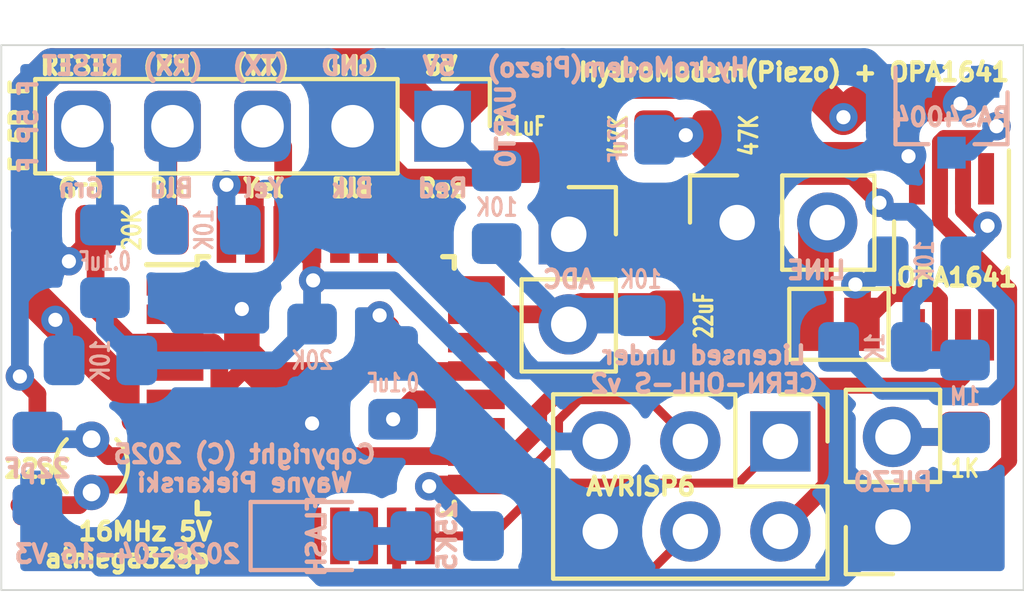
<source format=kicad_pcb>
(kicad_pcb (version 20171130) (host pcbnew 5.1.12)

  (general
    (thickness 1.6)
    (drawings 14)
    (tracks 283)
    (zones 0)
    (modules 31)
    (nets 22)
  )

  (page USLetter)
  (title_block
    (title "ATmega328P PCA9685 Watchdog")
    (date 2020-07-01)
    (company "Wayne Piekarski")
  )

  (layers
    (0 F.Cu signal)
    (31 B.Cu signal)
    (32 B.Adhes user)
    (33 F.Adhes user)
    (34 B.Paste user)
    (35 F.Paste user)
    (36 B.SilkS user)
    (37 F.SilkS user)
    (38 B.Mask user)
    (39 F.Mask user)
    (40 Dwgs.User user)
    (41 Cmts.User user)
    (42 Eco1.User user)
    (43 Eco2.User user)
    (44 Edge.Cuts user)
    (45 Margin user)
    (46 B.CrtYd user)
    (47 F.CrtYd user)
    (48 B.Fab user hide)
    (49 F.Fab user hide)
  )

  (setup
    (last_trace_width 1)
    (user_trace_width 0.45)
    (user_trace_width 0.5)
    (user_trace_width 1)
    (user_trace_width 2)
    (trace_clearance 0.2)
    (zone_clearance 0.508)
    (zone_45_only no)
    (trace_min 0.2)
    (via_size 0.8)
    (via_drill 0.4)
    (via_min_size 0.4)
    (via_min_drill 0.3)
    (uvia_size 0.3)
    (uvia_drill 0.1)
    (uvias_allowed no)
    (uvia_min_size 0.2)
    (uvia_min_drill 0.1)
    (edge_width 0.05)
    (segment_width 0.2)
    (pcb_text_width 0.3)
    (pcb_text_size 1.5 1.5)
    (mod_edge_width 0.12)
    (mod_text_size 1 1)
    (mod_text_width 0.15)
    (pad_size 1.7 1.7)
    (pad_drill 1)
    (pad_to_mask_clearance 0.0508)
    (solder_mask_min_width 0.101)
    (aux_axis_origin 0 0)
    (grid_origin 104.775 139.7)
    (visible_elements FFFFFF7F)
    (pcbplotparams
      (layerselection 0x010fc_ffffffff)
      (usegerberextensions false)
      (usegerberattributes false)
      (usegerberadvancedattributes false)
      (creategerberjobfile false)
      (excludeedgelayer true)
      (linewidth 0.100000)
      (plotframeref false)
      (viasonmask false)
      (mode 1)
      (useauxorigin false)
      (hpglpennumber 1)
      (hpglpenspeed 20)
      (hpglpendiameter 15.000000)
      (psnegative false)
      (psa4output false)
      (plotreference true)
      (plotvalue true)
      (plotinvisibletext false)
      (padsonsilk false)
      (subtractmaskfromsilk false)
      (outputformat 1)
      (mirror false)
      (drillshape 1)
      (scaleselection 1)
      (outputdirectory ""))
  )

  (net 0 "")
  (net 1 "Net-(AVRISP6-Pad4)")
  (net 2 "Net-(AVRISP6-Pad1)")
  (net 3 RESET)
  (net 4 PB5_SCK)
  (net 5 "Net-(C6-Pad1)")
  (net 6 "Net-(C7-Pad2)")
  (net 7 "Net-(D2-Pad2)")
  (net 8 "Net-(C8-Pad1)")
  (net 9 GND)
  (net 10 "Net-(C9-Pad2)")
  (net 11 5V-In)
  (net 12 TX3V3)
  (net 13 RX3V3)
  (net 14 TX5)
  (net 15 ADC0)
  (net 16 Vmid)
  (net 17 "Net-(C3-Pad2)")
  (net 18 "Net-(PIEZO1-Pad2)")
  (net 19 "Net-(OPA1641-Pad2)")
  (net 20 "Net-(EN1-Pad1)")
  (net 21 "Net-(BAS4004-Pad3)")

  (net_class Default "This is the default net class."
    (clearance 0.2)
    (trace_width 0.25)
    (via_dia 0.8)
    (via_drill 0.4)
    (uvia_dia 0.3)
    (uvia_drill 0.1)
    (add_net 5V-In)
    (add_net ADC0)
    (add_net GND)
    (add_net "Net-(AVRISP6-Pad1)")
    (add_net "Net-(AVRISP6-Pad4)")
    (add_net "Net-(BAS4004-Pad3)")
    (add_net "Net-(C3-Pad2)")
    (add_net "Net-(C6-Pad1)")
    (add_net "Net-(C7-Pad2)")
    (add_net "Net-(C8-Pad1)")
    (add_net "Net-(C9-Pad2)")
    (add_net "Net-(D2-Pad2)")
    (add_net "Net-(EN1-Pad1)")
    (add_net "Net-(OPA1641-Pad2)")
    (add_net "Net-(PIEZO1-Pad2)")
    (add_net PB5_SCK)
    (add_net RESET)
    (add_net RX3V3)
    (add_net TX3V3)
    (add_net TX5)
    (add_net Vmid)
  )

  (module custom:WP_C_0805_2012Metric_Pad1.15x1.40mm_HandSolder (layer F.Cu) (tedit 614E9724) (tstamp 67FEF3B8)
    (at 137.795 64.516)
    (descr "Capacitor SMD 0805 (2012 Metric), square (rectangular) end terminal, IPC_7351 nominal with elongated pad for handsoldering. (Body size source: https://docs.google.com/spreadsheets/d/1BsfQQcO9C6DZCsRaXUlFlo91Tg2WpOkGARC1WS5S8t0/edit?usp=sharing), generated with kicad-footprint-generator")
    (tags "capacitor handsolder")
    (path /68004CCF)
    (attr smd)
    (fp_text reference C3 (at 0 -1.65) (layer F.SilkS) hide
      (effects (font (size 1 1) (thickness 0.15)))
    )
    (fp_text value 22uF (at 0 0 90) (layer F.SilkS)
      (effects (font (size 0.5 0.35) (thickness 0.0875)))
    )
    (fp_text user %R (at 0 0) (layer F.Fab) hide
      (effects (font (size 0.5 0.5) (thickness 0.08)))
    )
    (fp_line (start -1 0.6) (end -1 -0.6) (layer F.Fab) (width 0.1))
    (fp_line (start -1 -0.6) (end 1 -0.6) (layer F.Fab) (width 0.1))
    (fp_line (start 1 -0.6) (end 1 0.6) (layer F.Fab) (width 0.1))
    (fp_line (start 1 0.6) (end -1 0.6) (layer F.Fab) (width 0.1))
    (fp_line (start -1.85 0.95) (end -1.85 -0.95) (layer F.CrtYd) (width 0.05))
    (fp_line (start -1.85 -0.95) (end 1.85 -0.95) (layer F.CrtYd) (width 0.05))
    (fp_line (start 1.85 -0.95) (end 1.85 0.95) (layer F.CrtYd) (width 0.05))
    (fp_line (start 1.85 0.95) (end -1.85 0.95) (layer F.CrtYd) (width 0.05))
    (pad 2 smd roundrect (at 1.025 0) (size 1.15 1.4) (layers F.Cu F.Paste F.Mask) (roundrect_rratio 0.217391)
      (net 17 "Net-(C3-Pad2)"))
    (pad 1 smd roundrect (at -1.025 0) (size 1.15 1.4) (layers F.Cu F.Paste F.Mask) (roundrect_rratio 0.217391)
      (net 15 ADC0))
    (model ${KISYS3DMOD}/Capacitor_SMD.3dshapes/C_0805_2012Metric.wrl
      (at (xyz 0 0 0))
      (scale (xyz 1 1 1))
      (rotate (xyz 0 0 0))
    )
  )

  (module custom:WP_C_0805_2012Metric_Pad1.15x1.40mm_HandSolder (layer B.Cu) (tedit 614E9724) (tstamp 67FF158A)
    (at 135.382 59.563)
    (descr "Capacitor SMD 0805 (2012 Metric), square (rectangular) end terminal, IPC_7351 nominal with elongated pad for handsoldering. (Body size source: https://docs.google.com/spreadsheets/d/1BsfQQcO9C6DZCsRaXUlFlo91Tg2WpOkGARC1WS5S8t0/edit?usp=sharing), generated with kicad-footprint-generator")
    (tags "capacitor handsolder")
    (path /680A1DA2)
    (attr smd)
    (fp_text reference C1 (at 0 1.65) (layer B.SilkS) hide
      (effects (font (size 1 1) (thickness 0.15)) (justify mirror))
    )
    (fp_text value 22uF (at 0 0 -90) (layer B.SilkS)
      (effects (font (size 0.5 0.35) (thickness 0.0875)) (justify mirror))
    )
    (fp_text user %R (at 0 0) (layer B.Fab) hide
      (effects (font (size 0.5 0.5) (thickness 0.08)) (justify mirror))
    )
    (fp_line (start -1 -0.6) (end -1 0.6) (layer B.Fab) (width 0.1))
    (fp_line (start -1 0.6) (end 1 0.6) (layer B.Fab) (width 0.1))
    (fp_line (start 1 0.6) (end 1 -0.6) (layer B.Fab) (width 0.1))
    (fp_line (start 1 -0.6) (end -1 -0.6) (layer B.Fab) (width 0.1))
    (fp_line (start -1.85 -0.95) (end -1.85 0.95) (layer B.CrtYd) (width 0.05))
    (fp_line (start -1.85 0.95) (end 1.85 0.95) (layer B.CrtYd) (width 0.05))
    (fp_line (start 1.85 0.95) (end 1.85 -0.95) (layer B.CrtYd) (width 0.05))
    (fp_line (start 1.85 -0.95) (end -1.85 -0.95) (layer B.CrtYd) (width 0.05))
    (pad 2 smd roundrect (at 1.025 0) (size 1.15 1.4) (layers B.Cu B.Paste B.Mask) (roundrect_rratio 0.217391)
      (net 16 Vmid))
    (pad 1 smd roundrect (at -1.025 0) (size 1.15 1.4) (layers B.Cu B.Paste B.Mask) (roundrect_rratio 0.217391)
      (net 9 GND))
    (model ${KISYS3DMOD}/Capacitor_SMD.3dshapes/C_0805_2012Metric.wrl
      (at (xyz 0 0 0))
      (scale (xyz 1 1 1))
      (rotate (xyz 0 0 0))
    )
  )

  (module Package_TO_SOT_SMD:SOT-23 (layer B.Cu) (tedit 5A02FF57) (tstamp 68000612)
    (at 144.78 58.928 270)
    (descr "SOT-23, Standard")
    (tags SOT-23)
    (path /6800584C)
    (attr smd)
    (fp_text reference BAS4004 (at 0 0 180) (layer B.SilkS)
      (effects (font (size 0.5 0.5) (thickness 0.125)) (justify mirror))
    )
    (fp_text value BAS40-04 (at 0 -2.5 90) (layer B.Fab)
      (effects (font (size 1 1) (thickness 0.15)) (justify mirror))
    )
    (fp_line (start -0.7 0.95) (end -0.7 -1.5) (layer B.Fab) (width 0.1))
    (fp_line (start -0.15 1.52) (end 0.7 1.52) (layer B.Fab) (width 0.1))
    (fp_line (start -0.7 0.95) (end -0.15 1.52) (layer B.Fab) (width 0.1))
    (fp_line (start 0.7 1.52) (end 0.7 -1.52) (layer B.Fab) (width 0.1))
    (fp_line (start -0.7 -1.52) (end 0.7 -1.52) (layer B.Fab) (width 0.1))
    (fp_line (start 0.76 -1.58) (end 0.76 -0.65) (layer B.SilkS) (width 0.12))
    (fp_line (start 0.76 1.58) (end 0.76 0.65) (layer B.SilkS) (width 0.12))
    (fp_line (start -1.7 1.75) (end 1.7 1.75) (layer B.CrtYd) (width 0.05))
    (fp_line (start 1.7 1.75) (end 1.7 -1.75) (layer B.CrtYd) (width 0.05))
    (fp_line (start 1.7 -1.75) (end -1.7 -1.75) (layer B.CrtYd) (width 0.05))
    (fp_line (start -1.7 -1.75) (end -1.7 1.75) (layer B.CrtYd) (width 0.05))
    (fp_line (start 0.76 1.58) (end -1.4 1.58) (layer B.SilkS) (width 0.12))
    (fp_line (start 0.76 -1.58) (end -0.7 -1.58) (layer B.SilkS) (width 0.12))
    (fp_text user %R (at 0 0 180) (layer B.Fab)
      (effects (font (size 0.5 0.5) (thickness 0.075)) (justify mirror))
    )
    (pad 3 smd rect (at 1 0 270) (size 0.9 0.8) (layers B.Cu B.Paste B.Mask)
      (net 21 "Net-(BAS4004-Pad3)"))
    (pad 2 smd rect (at -1 -0.95 270) (size 0.9 0.8) (layers B.Cu B.Paste B.Mask)
      (net 11 5V-In))
    (pad 1 smd rect (at -1 0.95 270) (size 0.9 0.8) (layers B.Cu B.Paste B.Mask)
      (net 9 GND))
    (model ${KISYS3DMOD}/Package_TO_SOT_SMD.3dshapes/SOT-23.wrl
      (at (xyz 0 0 0))
      (scale (xyz 1 1 1))
      (rotate (xyz 0 0 0))
    )
  )

  (module custom:WP_PinSocket_1x02_P2.54mm_Vertical (layer F.Cu) (tedit 5F04D1FF) (tstamp 67D03197)
    (at 143.129 70.485 180)
    (descr "Through hole straight socket strip, 1x02, 2.54mm pitch, single row (from Kicad 4.0.7), script generated")
    (tags "Through hole socket strip THT 1x02 2.54mm single row")
    (path /67D0F5A9)
    (fp_text reference PIEZO1 (at 0 -2.77) (layer F.SilkS) hide
      (effects (font (size 1 1) (thickness 0.15)))
    )
    (fp_text value Piezo (at 0 5.31) (layer F.Fab)
      (effects (font (size 1 1) (thickness 0.15)))
    )
    (fp_line (start -1.8 4.3) (end -1.8 -1.8) (layer F.CrtYd) (width 0.05))
    (fp_line (start 1.75 4.3) (end -1.8 4.3) (layer F.CrtYd) (width 0.05))
    (fp_line (start 1.75 -1.8) (end 1.75 4.3) (layer F.CrtYd) (width 0.05))
    (fp_line (start -1.8 -1.8) (end 1.75 -1.8) (layer F.CrtYd) (width 0.05))
    (fp_line (start 0 -1.33) (end 1.33 -1.33) (layer F.SilkS) (width 0.12))
    (fp_line (start 1.33 -1.33) (end 1.33 0) (layer F.SilkS) (width 0.12))
    (fp_line (start 1.33 1.27) (end 1.33 3.87) (layer F.SilkS) (width 0.12))
    (fp_line (start -1.33 3.87) (end 1.33 3.87) (layer F.SilkS) (width 0.12))
    (fp_line (start -1.33 1.27) (end -1.33 3.87) (layer F.SilkS) (width 0.12))
    (fp_line (start -1.33 1.27) (end 1.33 1.27) (layer F.SilkS) (width 0.12))
    (fp_line (start -1.27 3.81) (end -1.27 -1.27) (layer F.Fab) (width 0.1))
    (fp_line (start 1.27 3.81) (end -1.27 3.81) (layer F.Fab) (width 0.1))
    (fp_line (start 1.27 -0.635) (end 1.27 3.81) (layer F.Fab) (width 0.1))
    (fp_line (start 0.635 -1.27) (end 1.27 -0.635) (layer F.Fab) (width 0.1))
    (fp_line (start -1.27 -1.27) (end 0.635 -1.27) (layer F.Fab) (width 0.1))
    (fp_text user %R (at 0 1.27 180) (layer B.SilkS) hide
      (effects (font (size 1 1) (thickness 0.15)) (justify mirror))
    )
    (pad 2 thru_hole oval (at 0 2.54 180) (size 1.7 1.7) (drill 1) (layers *.Cu *.Mask)
      (net 18 "Net-(PIEZO1-Pad2)"))
    (pad 1 thru_hole rect (at 0 0 180) (size 1.7 1.7) (drill 1) (layers *.Cu *.Mask)
      (net 9 GND))
    (model ${KISYS3DMOD}/Connector_PinSocket_2.54mm.3dshapes/PinSocket_1x02_P2.54mm_Vertical.wrl
      (at (xyz 0 0 0))
      (scale (xyz 1 1 1))
      (rotate (xyz 0 0 0))
    )
  )

  (module Package_SO:VSSOP-8_3.0x3.0mm_P0.65mm (layer F.Cu) (tedit 5A02F25C) (tstamp 67FEF657)
    (at 144.78 62.865 270)
    (descr "VSSOP-8 3.0 x 3.0, http://www.ti.com/lit/ds/symlink/lm75b.pdf")
    (tags "VSSOP-8 3.0 x 3.0")
    (path /67FF95DC)
    (attr smd)
    (fp_text reference OPA1641 (at 0.585 -0.145) (layer F.SilkS)
      (effects (font (size 0.5 0.5) (thickness 0.15)))
    )
    (fp_text value OPA1641AQDGKRQ1 (at 0.02 2.73 90) (layer F.Fab)
      (effects (font (size 1 1) (thickness 0.15)))
    )
    (fp_line (start 1.5 -1.5) (end 1.5 1.5) (layer F.Fab) (width 0.1))
    (fp_line (start 1.5 1.5) (end -1.5 1.5) (layer F.Fab) (width 0.1))
    (fp_line (start -1.5 1.5) (end -1.5 -0.5) (layer F.Fab) (width 0.1))
    (fp_line (start -0.5 -1.5) (end 1.5 -1.5) (layer F.Fab) (width 0.1))
    (fp_line (start -0.5 -1.5) (end -1.5 -0.5) (layer F.Fab) (width 0.1))
    (fp_line (start 0 -1.62) (end -3 -1.62) (layer F.SilkS) (width 0.12))
    (fp_line (start 1 1.62) (end -1 1.62) (layer F.SilkS) (width 0.12))
    (fp_line (start 3.48 -1.75) (end 3.48 1.75) (layer F.CrtYd) (width 0.05))
    (fp_line (start 3.48 1.75) (end -3.48 1.75) (layer F.CrtYd) (width 0.05))
    (fp_line (start -3.48 1.75) (end -3.48 -1.75) (layer F.CrtYd) (width 0.05))
    (fp_line (start -3.48 -1.75) (end 3.48 -1.75) (layer F.CrtYd) (width 0.05))
    (fp_text user %R (at 0 0 90) (layer F.Fab)
      (effects (font (size 0.5 0.5) (thickness 0.1)))
    )
    (pad 8 smd rect (at 2.2 -0.975 180) (size 0.45 1.45) (layers F.Cu F.Paste F.Mask))
    (pad 7 smd rect (at 2.2 -0.325 180) (size 0.45 1.45) (layers F.Cu F.Paste F.Mask)
      (net 11 5V-In))
    (pad 6 smd rect (at 2.2 0.325 180) (size 0.45 1.45) (layers F.Cu F.Paste F.Mask)
      (net 20 "Net-(EN1-Pad1)"))
    (pad 5 smd rect (at 2.2 0.975 180) (size 0.45 1.45) (layers F.Cu F.Paste F.Mask))
    (pad 4 smd rect (at -2.2 0.975 180) (size 0.45 1.45) (layers F.Cu F.Paste F.Mask)
      (net 9 GND))
    (pad 3 smd rect (at -2.2 0.325 180) (size 0.45 1.45) (layers F.Cu F.Paste F.Mask)
      (net 21 "Net-(BAS4004-Pad3)"))
    (pad 2 smd rect (at -2.2 -0.325 180) (size 0.45 1.45) (layers F.Cu F.Paste F.Mask)
      (net 19 "Net-(OPA1641-Pad2)"))
    (pad 1 smd rect (at -2.2 -0.975 180) (size 0.45 1.45) (layers F.Cu F.Paste F.Mask))
    (model ${KISYS3DMOD}/Package_SO.3dshapes/VSSOP-8_3.0x3.0mm_P0.65mm.wrl
      (at (xyz 0 0 0))
      (scale (xyz 1 1 1))
      (rotate (xyz 0 0 0))
    )
  )

  (module custom:WP_R_0805_2012Metric_Pad1.15x1.40mm_HandSolder (layer B.Cu) (tedit 614E96E4) (tstamp 67FEF63F)
    (at 142.621 65.405 180)
    (descr "Resistor SMD 0805 (2012 Metric), square (rectangular) end terminal, IPC_7351 nominal with elongated pad for handsoldering. (Body size source: https://docs.google.com/spreadsheets/d/1BsfQQcO9C6DZCsRaXUlFlo91Tg2WpOkGARC1WS5S8t0/edit?usp=sharing), generated with kicad-footprint-generator")
    (tags "resistor handsolder")
    (path /680124F8)
    (attr smd)
    (fp_text reference R13 (at 0 0 90) (layer B.SilkS) hide
      (effects (font (size 0.5 0.5) (thickness 0.125)) (justify mirror))
    )
    (fp_text value 1K (at 0 0 90) (layer B.SilkS)
      (effects (font (size 0.5 0.4) (thickness 0.0875)) (justify mirror))
    )
    (fp_line (start 1.85 -0.95) (end -1.85 -0.95) (layer B.CrtYd) (width 0.05))
    (fp_line (start 1.85 0.95) (end 1.85 -0.95) (layer B.CrtYd) (width 0.05))
    (fp_line (start -1.85 0.95) (end 1.85 0.95) (layer B.CrtYd) (width 0.05))
    (fp_line (start -1.85 -0.95) (end -1.85 0.95) (layer B.CrtYd) (width 0.05))
    (fp_line (start 1 -0.6) (end -1 -0.6) (layer B.Fab) (width 0.1))
    (fp_line (start 1 0.6) (end 1 -0.6) (layer B.Fab) (width 0.1))
    (fp_line (start -1 0.6) (end 1 0.6) (layer B.Fab) (width 0.1))
    (fp_line (start -1 -0.6) (end -1 0.6) (layer B.Fab) (width 0.1))
    (fp_text user %R (at 0 0 90) (layer B.SilkS) hide
      (effects (font (size 0.5 0.5) (thickness 0.08)) (justify mirror))
    )
    (pad 2 smd roundrect (at 1.025 0 180) (size 1.15 1.4) (layers B.Cu B.Paste B.Mask) (roundrect_rratio 0.217391)
      (net 19 "Net-(OPA1641-Pad2)"))
    (pad 1 smd roundrect (at -1.025 0 180) (size 1.15 1.4) (layers B.Cu B.Paste B.Mask) (roundrect_rratio 0.217391)
      (net 16 Vmid))
    (model ${KISYS3DMOD}/Resistor_SMD.3dshapes/R_0805_2012Metric.wrl
      (at (xyz 0 0 0))
      (scale (xyz 1 1 1))
      (rotate (xyz 0 0 0))
    )
  )

  (module custom:WP_R_0805_2012Metric_Pad1.15x1.40mm_HandSolder (layer F.Cu) (tedit 614E96E4) (tstamp 67FEF630)
    (at 145.161 68.834 90)
    (descr "Resistor SMD 0805 (2012 Metric), square (rectangular) end terminal, IPC_7351 nominal with elongated pad for handsoldering. (Body size source: https://docs.google.com/spreadsheets/d/1BsfQQcO9C6DZCsRaXUlFlo91Tg2WpOkGARC1WS5S8t0/edit?usp=sharing), generated with kicad-footprint-generator")
    (tags "resistor handsolder")
    (path /680316A2)
    (attr smd)
    (fp_text reference R12 (at 0 0) (layer F.SilkS) hide
      (effects (font (size 0.5 0.5) (thickness 0.125)))
    )
    (fp_text value 1K (at 0 0) (layer F.SilkS)
      (effects (font (size 0.5 0.4) (thickness 0.0875)))
    )
    (fp_line (start 1.85 0.95) (end -1.85 0.95) (layer F.CrtYd) (width 0.05))
    (fp_line (start 1.85 -0.95) (end 1.85 0.95) (layer F.CrtYd) (width 0.05))
    (fp_line (start -1.85 -0.95) (end 1.85 -0.95) (layer F.CrtYd) (width 0.05))
    (fp_line (start -1.85 0.95) (end -1.85 -0.95) (layer F.CrtYd) (width 0.05))
    (fp_line (start 1 0.6) (end -1 0.6) (layer F.Fab) (width 0.1))
    (fp_line (start 1 -0.6) (end 1 0.6) (layer F.Fab) (width 0.1))
    (fp_line (start -1 -0.6) (end 1 -0.6) (layer F.Fab) (width 0.1))
    (fp_line (start -1 0.6) (end -1 -0.6) (layer F.Fab) (width 0.1))
    (fp_text user %R (at 0 0) (layer F.SilkS) hide
      (effects (font (size 0.5 0.5) (thickness 0.08)))
    )
    (pad 2 smd roundrect (at 1.025 0 90) (size 1.15 1.4) (layers F.Cu F.Paste F.Mask) (roundrect_rratio 0.217391)
      (net 18 "Net-(PIEZO1-Pad2)"))
    (pad 1 smd roundrect (at -1.025 0 90) (size 1.15 1.4) (layers F.Cu F.Paste F.Mask) (roundrect_rratio 0.217391)
      (net 21 "Net-(BAS4004-Pad3)"))
    (model ${KISYS3DMOD}/Resistor_SMD.3dshapes/R_0805_2012Metric.wrl
      (at (xyz 0 0 0))
      (scale (xyz 1 1 1))
      (rotate (xyz 0 0 0))
    )
  )

  (module custom:WP_R_0805_2012Metric_Pad1.15x1.40mm_HandSolder (layer B.Cu) (tedit 614E96E4) (tstamp 67FEF605)
    (at 145.161 66.802 270)
    (descr "Resistor SMD 0805 (2012 Metric), square (rectangular) end terminal, IPC_7351 nominal with elongated pad for handsoldering. (Body size source: https://docs.google.com/spreadsheets/d/1BsfQQcO9C6DZCsRaXUlFlo91Tg2WpOkGARC1WS5S8t0/edit?usp=sharing), generated with kicad-footprint-generator")
    (tags "resistor handsolder")
    (path /68045395)
    (attr smd)
    (fp_text reference R10 (at 0 0) (layer B.SilkS) hide
      (effects (font (size 0.5 0.5) (thickness 0.125)) (justify mirror))
    )
    (fp_text value 1M (at 0 0) (layer B.SilkS)
      (effects (font (size 0.5 0.4) (thickness 0.0875)) (justify mirror))
    )
    (fp_line (start 1.85 -0.95) (end -1.85 -0.95) (layer B.CrtYd) (width 0.05))
    (fp_line (start 1.85 0.95) (end 1.85 -0.95) (layer B.CrtYd) (width 0.05))
    (fp_line (start -1.85 0.95) (end 1.85 0.95) (layer B.CrtYd) (width 0.05))
    (fp_line (start -1.85 -0.95) (end -1.85 0.95) (layer B.CrtYd) (width 0.05))
    (fp_line (start 1 -0.6) (end -1 -0.6) (layer B.Fab) (width 0.1))
    (fp_line (start 1 0.6) (end 1 -0.6) (layer B.Fab) (width 0.1))
    (fp_line (start -1 0.6) (end 1 0.6) (layer B.Fab) (width 0.1))
    (fp_line (start -1 -0.6) (end -1 0.6) (layer B.Fab) (width 0.1))
    (fp_text user %R (at 0 0) (layer B.SilkS) hide
      (effects (font (size 0.5 0.5) (thickness 0.08)) (justify mirror))
    )
    (pad 2 smd roundrect (at 1.025 0 270) (size 1.15 1.4) (layers B.Cu B.Paste B.Mask) (roundrect_rratio 0.217391)
      (net 18 "Net-(PIEZO1-Pad2)"))
    (pad 1 smd roundrect (at -1.025 0 270) (size 1.15 1.4) (layers B.Cu B.Paste B.Mask) (roundrect_rratio 0.217391)
      (net 16 Vmid))
    (model ${KISYS3DMOD}/Resistor_SMD.3dshapes/R_0805_2012Metric.wrl
      (at (xyz 0 0 0))
      (scale (xyz 1 1 1))
      (rotate (xyz 0 0 0))
    )
  )

  (module custom:WP_R_0805_2012Metric_Pad1.15x1.40mm_HandSolder (layer F.Cu) (tedit 614E96E4) (tstamp 67FEF5F6)
    (at 139.065 59.436 180)
    (descr "Resistor SMD 0805 (2012 Metric), square (rectangular) end terminal, IPC_7351 nominal with elongated pad for handsoldering. (Body size source: https://docs.google.com/spreadsheets/d/1BsfQQcO9C6DZCsRaXUlFlo91Tg2WpOkGARC1WS5S8t0/edit?usp=sharing), generated with kicad-footprint-generator")
    (tags "resistor handsolder")
    (path /680A0A1D)
    (attr smd)
    (fp_text reference R9 (at 0 0 90) (layer F.SilkS) hide
      (effects (font (size 0.5 0.5) (thickness 0.125)))
    )
    (fp_text value 47K (at 0 0 90) (layer F.SilkS)
      (effects (font (size 0.5 0.4) (thickness 0.0875)))
    )
    (fp_line (start 1.85 0.95) (end -1.85 0.95) (layer F.CrtYd) (width 0.05))
    (fp_line (start 1.85 -0.95) (end 1.85 0.95) (layer F.CrtYd) (width 0.05))
    (fp_line (start -1.85 -0.95) (end 1.85 -0.95) (layer F.CrtYd) (width 0.05))
    (fp_line (start -1.85 0.95) (end -1.85 -0.95) (layer F.CrtYd) (width 0.05))
    (fp_line (start 1 0.6) (end -1 0.6) (layer F.Fab) (width 0.1))
    (fp_line (start 1 -0.6) (end 1 0.6) (layer F.Fab) (width 0.1))
    (fp_line (start -1 -0.6) (end 1 -0.6) (layer F.Fab) (width 0.1))
    (fp_line (start -1 0.6) (end -1 -0.6) (layer F.Fab) (width 0.1))
    (fp_text user %R (at 0 0 90) (layer F.SilkS) hide
      (effects (font (size 0.5 0.5) (thickness 0.08)))
    )
    (pad 2 smd roundrect (at 1.025 0 180) (size 1.15 1.4) (layers F.Cu F.Paste F.Mask) (roundrect_rratio 0.217391)
      (net 16 Vmid))
    (pad 1 smd roundrect (at -1.025 0 180) (size 1.15 1.4) (layers F.Cu F.Paste F.Mask) (roundrect_rratio 0.217391)
      (net 9 GND))
    (model ${KISYS3DMOD}/Resistor_SMD.3dshapes/R_0805_2012Metric.wrl
      (at (xyz 0 0 0))
      (scale (xyz 1 1 1))
      (rotate (xyz 0 0 0))
    )
  )

  (module custom:WP_R_0805_2012Metric_Pad1.15x1.40mm_HandSolder (layer F.Cu) (tedit 614E96E4) (tstamp 67FEF5AF)
    (at 135.382 59.436 180)
    (descr "Resistor SMD 0805 (2012 Metric), square (rectangular) end terminal, IPC_7351 nominal with elongated pad for handsoldering. (Body size source: https://docs.google.com/spreadsheets/d/1BsfQQcO9C6DZCsRaXUlFlo91Tg2WpOkGARC1WS5S8t0/edit?usp=sharing), generated with kicad-footprint-generator")
    (tags "resistor handsolder")
    (path /680A002F)
    (attr smd)
    (fp_text reference R6 (at 0 0 90) (layer F.SilkS) hide
      (effects (font (size 0.5 0.5) (thickness 0.125)))
    )
    (fp_text value 47K (at 0 0 90) (layer F.SilkS)
      (effects (font (size 0.5 0.4) (thickness 0.0875)))
    )
    (fp_line (start 1.85 0.95) (end -1.85 0.95) (layer F.CrtYd) (width 0.05))
    (fp_line (start 1.85 -0.95) (end 1.85 0.95) (layer F.CrtYd) (width 0.05))
    (fp_line (start -1.85 -0.95) (end 1.85 -0.95) (layer F.CrtYd) (width 0.05))
    (fp_line (start -1.85 0.95) (end -1.85 -0.95) (layer F.CrtYd) (width 0.05))
    (fp_line (start 1 0.6) (end -1 0.6) (layer F.Fab) (width 0.1))
    (fp_line (start 1 -0.6) (end 1 0.6) (layer F.Fab) (width 0.1))
    (fp_line (start -1 -0.6) (end 1 -0.6) (layer F.Fab) (width 0.1))
    (fp_line (start -1 0.6) (end -1 -0.6) (layer F.Fab) (width 0.1))
    (fp_text user %R (at 0 0 90) (layer F.SilkS) hide
      (effects (font (size 0.5 0.5) (thickness 0.08)))
    )
    (pad 2 smd roundrect (at 1.025 0 180) (size 1.15 1.4) (layers F.Cu F.Paste F.Mask) (roundrect_rratio 0.217391)
      (net 11 5V-In))
    (pad 1 smd roundrect (at -1.025 0 180) (size 1.15 1.4) (layers F.Cu F.Paste F.Mask) (roundrect_rratio 0.217391)
      (net 16 Vmid))
    (model ${KISYS3DMOD}/Resistor_SMD.3dshapes/R_0805_2012Metric.wrl
      (at (xyz 0 0 0))
      (scale (xyz 1 1 1))
      (rotate (xyz 0 0 0))
    )
  )

  (module custom:WP_PinSocket_1x02_P2.54mm_Vertical (layer F.Cu) (tedit 5F04D1FF) (tstamp 67FEF4EA)
    (at 138.7348 61.8998 90)
    (descr "Through hole straight socket strip, 1x02, 2.54mm pitch, single row (from Kicad 4.0.7), script generated")
    (tags "Through hole socket strip THT 1x02 2.54mm single row")
    (path /6812DCFB)
    (fp_text reference LINE1 (at 0 -2.77 90) (layer F.SilkS) hide
      (effects (font (size 1 1) (thickness 0.15)))
    )
    (fp_text value LineIn (at 0 5.31 90) (layer F.Fab)
      (effects (font (size 1 1) (thickness 0.15)))
    )
    (fp_line (start -1.8 4.3) (end -1.8 -1.8) (layer F.CrtYd) (width 0.05))
    (fp_line (start 1.75 4.3) (end -1.8 4.3) (layer F.CrtYd) (width 0.05))
    (fp_line (start 1.75 -1.8) (end 1.75 4.3) (layer F.CrtYd) (width 0.05))
    (fp_line (start -1.8 -1.8) (end 1.75 -1.8) (layer F.CrtYd) (width 0.05))
    (fp_line (start 0 -1.33) (end 1.33 -1.33) (layer F.SilkS) (width 0.12))
    (fp_line (start 1.33 -1.33) (end 1.33 0) (layer F.SilkS) (width 0.12))
    (fp_line (start 1.33 1.27) (end 1.33 3.87) (layer F.SilkS) (width 0.12))
    (fp_line (start -1.33 3.87) (end 1.33 3.87) (layer F.SilkS) (width 0.12))
    (fp_line (start -1.33 1.27) (end -1.33 3.87) (layer F.SilkS) (width 0.12))
    (fp_line (start -1.33 1.27) (end 1.33 1.27) (layer F.SilkS) (width 0.12))
    (fp_line (start -1.27 3.81) (end -1.27 -1.27) (layer F.Fab) (width 0.1))
    (fp_line (start 1.27 3.81) (end -1.27 3.81) (layer F.Fab) (width 0.1))
    (fp_line (start 1.27 -0.635) (end 1.27 3.81) (layer F.Fab) (width 0.1))
    (fp_line (start 0.635 -1.27) (end 1.27 -0.635) (layer F.Fab) (width 0.1))
    (fp_line (start -1.27 -1.27) (end 0.635 -1.27) (layer F.Fab) (width 0.1))
    (fp_text user %R (at 0 1.27 270) (layer B.SilkS) hide
      (effects (font (size 1 1) (thickness 0.15)) (justify mirror))
    )
    (pad 2 thru_hole oval (at 0 2.54 90) (size 1.7 1.7) (drill 1) (layers *.Cu *.Mask)
      (net 17 "Net-(C3-Pad2)"))
    (pad 1 thru_hole rect (at 0 0 90) (size 1.7 1.7) (drill 1) (layers *.Cu *.Mask)
      (net 9 GND))
    (model ${KISYS3DMOD}/Connector_PinSocket_2.54mm.3dshapes/PinSocket_1x02_P2.54mm_Vertical.wrl
      (at (xyz 0 0 0))
      (scale (xyz 1 1 1))
      (rotate (xyz 0 0 0))
    )
  )

  (module Jumper:SolderJumper-2_P1.3mm_Open_Pad1.0x1.5mm (layer F.Cu) (tedit 5A3EABFC) (tstamp 67FEF4D4)
    (at 141.605 64.77 180)
    (descr "SMD Solder Jumper, 1x1.5mm Pads, 0.3mm gap, open")
    (tags "solder jumper open")
    (path /6814534F)
    (attr virtual)
    (fp_text reference EN1 (at 0 -1.8) (layer F.SilkS) hide
      (effects (font (size 1 1) (thickness 0.15)))
    )
    (fp_text value LineInJumper (at 0 1.9) (layer F.Fab)
      (effects (font (size 1 1) (thickness 0.15)))
    )
    (fp_line (start 1.65 1.25) (end -1.65 1.25) (layer F.CrtYd) (width 0.05))
    (fp_line (start 1.65 1.25) (end 1.65 -1.25) (layer F.CrtYd) (width 0.05))
    (fp_line (start -1.65 -1.25) (end -1.65 1.25) (layer F.CrtYd) (width 0.05))
    (fp_line (start -1.65 -1.25) (end 1.65 -1.25) (layer F.CrtYd) (width 0.05))
    (fp_line (start -1.4 -1) (end 1.4 -1) (layer F.SilkS) (width 0.12))
    (fp_line (start 1.4 -1) (end 1.4 1) (layer F.SilkS) (width 0.12))
    (fp_line (start 1.4 1) (end -1.4 1) (layer F.SilkS) (width 0.12))
    (fp_line (start -1.4 1) (end -1.4 -1) (layer F.SilkS) (width 0.12))
    (pad 1 smd rect (at -0.65 0 180) (size 1 1.5) (layers F.Cu F.Mask)
      (net 20 "Net-(EN1-Pad1)"))
    (pad 2 smd rect (at 0.65 0 180) (size 1 1.5) (layers F.Cu F.Mask)
      (net 17 "Net-(C3-Pad2)"))
  )

  (module custom:WP_C_0805_2012Metric_Pad1.15x1.40mm_HandSolder (layer F.Cu) (tedit 614E9724) (tstamp 67FEF3A7)
    (at 132.588 59.182 90)
    (descr "Capacitor SMD 0805 (2012 Metric), square (rectangular) end terminal, IPC_7351 nominal with elongated pad for handsoldering. (Body size source: https://docs.google.com/spreadsheets/d/1BsfQQcO9C6DZCsRaXUlFlo91Tg2WpOkGARC1WS5S8t0/edit?usp=sharing), generated with kicad-footprint-generator")
    (tags "capacitor handsolder")
    (path /680A13E2)
    (attr smd)
    (fp_text reference C2 (at 0 -1.65 90) (layer F.SilkS) hide
      (effects (font (size 1 1) (thickness 0.15)))
    )
    (fp_text value 0.1uF (at 0 0) (layer F.SilkS)
      (effects (font (size 0.5 0.35) (thickness 0.0875)))
    )
    (fp_line (start 1.85 0.95) (end -1.85 0.95) (layer F.CrtYd) (width 0.05))
    (fp_line (start 1.85 -0.95) (end 1.85 0.95) (layer F.CrtYd) (width 0.05))
    (fp_line (start -1.85 -0.95) (end 1.85 -0.95) (layer F.CrtYd) (width 0.05))
    (fp_line (start -1.85 0.95) (end -1.85 -0.95) (layer F.CrtYd) (width 0.05))
    (fp_line (start 1 0.6) (end -1 0.6) (layer F.Fab) (width 0.1))
    (fp_line (start 1 -0.6) (end 1 0.6) (layer F.Fab) (width 0.1))
    (fp_line (start -1 -0.6) (end 1 -0.6) (layer F.Fab) (width 0.1))
    (fp_line (start -1 0.6) (end -1 -0.6) (layer F.Fab) (width 0.1))
    (fp_text user %R (at 0 0 90) (layer F.Fab) hide
      (effects (font (size 0.5 0.5) (thickness 0.08)))
    )
    (pad 2 smd roundrect (at 1.025 0 90) (size 1.15 1.4) (layers F.Cu F.Paste F.Mask) (roundrect_rratio 0.217391)
      (net 11 5V-In))
    (pad 1 smd roundrect (at -1.025 0 90) (size 1.15 1.4) (layers F.Cu F.Paste F.Mask) (roundrect_rratio 0.217391)
      (net 9 GND))
    (model ${KISYS3DMOD}/Capacitor_SMD.3dshapes/C_0805_2012Metric.wrl
      (at (xyz 0 0 0))
      (scale (xyz 1 1 1))
      (rotate (xyz 0 0 0))
    )
  )

  (module custom:WP_PinSocket_1x02_P2.54mm_Vertical (layer F.Cu) (tedit 5F04D1FF) (tstamp 67FEF351)
    (at 133.985 62.23)
    (descr "Through hole straight socket strip, 1x02, 2.54mm pitch, single row (from Kicad 4.0.7), script generated")
    (tags "Through hole socket strip THT 1x02 2.54mm single row")
    (path /681A860E)
    (fp_text reference ADC1 (at 0 -2.77) (layer F.SilkS) hide
      (effects (font (size 1 1) (thickness 0.15)))
    )
    (fp_text value ADC-Debug (at 0 5.31) (layer F.Fab)
      (effects (font (size 1 1) (thickness 0.15)))
    )
    (fp_line (start -1.8 4.3) (end -1.8 -1.8) (layer F.CrtYd) (width 0.05))
    (fp_line (start 1.75 4.3) (end -1.8 4.3) (layer F.CrtYd) (width 0.05))
    (fp_line (start 1.75 -1.8) (end 1.75 4.3) (layer F.CrtYd) (width 0.05))
    (fp_line (start -1.8 -1.8) (end 1.75 -1.8) (layer F.CrtYd) (width 0.05))
    (fp_line (start 0 -1.33) (end 1.33 -1.33) (layer F.SilkS) (width 0.12))
    (fp_line (start 1.33 -1.33) (end 1.33 0) (layer F.SilkS) (width 0.12))
    (fp_line (start 1.33 1.27) (end 1.33 3.87) (layer F.SilkS) (width 0.12))
    (fp_line (start -1.33 3.87) (end 1.33 3.87) (layer F.SilkS) (width 0.12))
    (fp_line (start -1.33 1.27) (end -1.33 3.87) (layer F.SilkS) (width 0.12))
    (fp_line (start -1.33 1.27) (end 1.33 1.27) (layer F.SilkS) (width 0.12))
    (fp_line (start -1.27 3.81) (end -1.27 -1.27) (layer F.Fab) (width 0.1))
    (fp_line (start 1.27 3.81) (end -1.27 3.81) (layer F.Fab) (width 0.1))
    (fp_line (start 1.27 -0.635) (end 1.27 3.81) (layer F.Fab) (width 0.1))
    (fp_line (start 0.635 -1.27) (end 1.27 -0.635) (layer F.Fab) (width 0.1))
    (fp_line (start -1.27 -1.27) (end 0.635 -1.27) (layer F.Fab) (width 0.1))
    (fp_text user %R (at 0 1.27 180) (layer B.SilkS) hide
      (effects (font (size 1 1) (thickness 0.15)) (justify mirror))
    )
    (pad 2 thru_hole oval (at 0 2.54) (size 1.7 1.7) (drill 1) (layers *.Cu *.Mask)
      (net 15 ADC0))
    (pad 1 thru_hole rect (at 0 0) (size 1.7 1.7) (drill 1) (layers *.Cu *.Mask)
      (net 9 GND))
    (model ${KISYS3DMOD}/Connector_PinSocket_2.54mm.3dshapes/PinSocket_1x02_P2.54mm_Vertical.wrl
      (at (xyz 0 0 0))
      (scale (xyz 1 1 1))
      (rotate (xyz 0 0 0))
    )
  )

  (module custom:WP_Serial_5P_F (layer F.Cu) (tedit 652CA39B) (tstamp 67D59C43)
    (at 130.429 59.182 270)
    (descr "Through hole straight pin header, 1x05, 2.54mm pitch, single row")
    (tags "Through hole pin header THT 1x05 2.54mm single row")
    (path /5FC2CA83)
    (fp_text reference J3 (at -2.794 -1.778 270) (layer F.SilkS) hide
      (effects (font (size 0.5 0.5) (thickness 0.125)))
    )
    (fp_text value UART0 (at 0 -1.778 270) (layer B.SilkS)
      (effects (font (size 0.5 0.5) (thickness 0.125)) (justify mirror))
    )
    (fp_line (start 1.8 -1.8) (end -1.8 -1.8) (layer F.CrtYd) (width 0.05))
    (fp_line (start 1.8 11.95) (end 1.8 -1.8) (layer F.CrtYd) (width 0.05))
    (fp_line (start -1.8 11.95) (end 1.8 11.95) (layer F.CrtYd) (width 0.05))
    (fp_line (start -1.8 -1.8) (end -1.8 11.95) (layer F.CrtYd) (width 0.05))
    (fp_line (start -1.33 -1.33) (end 0 -1.33) (layer F.SilkS) (width 0.12))
    (fp_line (start -1.33 0) (end -1.33 -1.33) (layer F.SilkS) (width 0.12))
    (fp_line (start -1.33 1.27) (end 1.33 1.27) (layer F.SilkS) (width 0.12))
    (fp_line (start 1.33 1.27) (end 1.33 11.49) (layer F.SilkS) (width 0.12))
    (fp_line (start -1.33 1.27) (end -1.33 11.49) (layer F.SilkS) (width 0.12))
    (fp_line (start -1.33 11.49) (end 1.33 11.49) (layer F.SilkS) (width 0.12))
    (fp_line (start -1.27 -0.635) (end -0.635 -1.27) (layer F.Fab) (width 0.1))
    (fp_line (start -1.27 11.43) (end -1.27 -0.635) (layer F.Fab) (width 0.1))
    (fp_line (start 1.27 11.43) (end -1.27 11.43) (layer F.Fab) (width 0.1))
    (fp_line (start 1.27 -1.27) (end 1.27 11.43) (layer F.Fab) (width 0.1))
    (fp_line (start -0.635 -1.27) (end 1.27 -1.27) (layer F.Fab) (width 0.1))
    (fp_text user "For 5P female UART connector, TX/RX from other side" (at -3.048 1.651) (layer Cmts.User)
      (effects (font (size 0.5 0.5) (thickness 0.125)))
    )
    (fp_text user "F 5P F" (at 0 11.938 270) (layer F.SilkS)
      (effects (font (size 0.5 0.5) (thickness 0.125)))
    )
    (fp_text user "F 5P F" (at 0 11.684 270) (layer B.SilkS)
      (effects (font (size 0.5 0.5) (thickness 0.125)) (justify mirror))
    )
    (fp_text user "(TX)" (at -1.7 5.15) (layer B.SilkS)
      (effects (font (size 0.5 0.5) (thickness 0.125)) (justify mirror))
    )
    (fp_text user GND (at -1.7 2.65 180) (layer B.SilkS)
      (effects (font (size 0.5 0.5) (thickness 0.125)) (justify mirror))
    )
    (fp_text user "(RX)" (at -1.7 7.6) (layer B.SilkS)
      (effects (font (size 0.5 0.5) (thickness 0.125)) (justify mirror))
    )
    (fp_text user RESET (at -1.7 10.15) (layer B.SilkS)
      (effects (font (size 0.5 0.5) (thickness 0.125)) (justify mirror))
    )
    (fp_text user 5V (at -1.7 0.1) (layer B.SilkS)
      (effects (font (size 0.5 0.5) (thickness 0.125)) (justify mirror))
    )
    (fp_text user Red (at 1.75 0) (layer B.SilkS)
      (effects (font (size 0.5 0.5) (thickness 0.125)) (justify mirror))
    )
    (fp_text user Blu (at 1.75 7.65) (layer B.SilkS)
      (effects (font (size 0.5 0.5) (thickness 0.125)) (justify mirror))
    )
    (fp_text user Grn (at 1.75 10.2) (layer B.SilkS)
      (effects (font (size 0.5 0.5) (thickness 0.125)) (justify mirror))
    )
    (fp_text user Yel (at 1.75 5.05) (layer B.SilkS)
      (effects (font (size 0.5 0.5) (thickness 0.125)) (justify mirror))
    )
    (fp_text user Blk (at 1.75 2.55) (layer B.SilkS)
      (effects (font (size 0.5 0.5) (thickness 0.125)) (justify mirror))
    )
    (fp_text user Grn (at 1.75 10.2) (layer F.SilkS)
      (effects (font (size 0.5 0.5) (thickness 0.125)))
    )
    (fp_text user Blu (at 1.75 7.65) (layer F.SilkS)
      (effects (font (size 0.5 0.5) (thickness 0.125)))
    )
    (fp_text user Yel (at 1.75 5.05) (layer F.SilkS)
      (effects (font (size 0.5 0.5) (thickness 0.125)))
    )
    (fp_text user Blk (at 1.75 2.55) (layer F.SilkS)
      (effects (font (size 0.5 0.5) (thickness 0.125)))
    )
    (fp_text user Red (at 1.75 0) (layer F.SilkS)
      (effects (font (size 0.5 0.5) (thickness 0.125)))
    )
    (fp_text user RESET (at -1.7 10.2) (layer F.SilkS)
      (effects (font (size 0.5 0.5) (thickness 0.125)))
    )
    (fp_text user "(RX)" (at -1.7 7.62) (layer F.SilkS)
      (effects (font (size 0.5 0.5) (thickness 0.125)))
    )
    (fp_text user "(TX)" (at -1.7 5.1) (layer F.SilkS)
      (effects (font (size 0.5 0.5) (thickness 0.125)))
    )
    (fp_text user GND (at -1.7 2.6) (layer F.SilkS)
      (effects (font (size 0.5 0.5) (thickness 0.125)))
    )
    (fp_text user 5V (at -1.7 0.05) (layer F.SilkS)
      (effects (font (size 0.5 0.5) (thickness 0.125)))
    )
    (pad 5 thru_hole roundrect (at 0 10.16 270) (size 2 1.6) (drill 1.2) (layers *.Cu *.Mask) (roundrect_rratio 0.25)
      (net 8 "Net-(C8-Pad1)"))
    (pad 4 thru_hole roundrect (at 0 7.62 270) (size 2 1.6) (drill 1.2) (layers *.Cu *.Mask) (roundrect_rratio 0.25)
      (net 12 TX3V3))
    (pad 3 thru_hole roundrect (at 0 5.08 270) (size 2 1.6) (drill 1.2) (layers *.Cu *.Mask) (roundrect_rratio 0.25)
      (net 13 RX3V3))
    (pad 2 thru_hole roundrect (at 0 2.54 270) (size 2 1.6) (drill 1.2) (layers *.Cu *.Mask) (roundrect_rratio 0.25)
      (net 9 GND))
    (pad 1 thru_hole rect (at 0 0 270) (size 2 1.6) (drill 1.2) (layers *.Cu *.Mask)
      (net 11 5V-In))
    (model ${KISYS3DMOD}/Connector_PinHeader_2.54mm.3dshapes/PinHeader_1x05_P2.54mm_Vertical.wrl
      (at (xyz 0 0 0))
      (scale (xyz 1 1 1))
      (rotate (xyz 0 0 0))
    )
  )

  (module Connector_PinHeader_2.54mm:PinHeader_2x03_P2.54mm_Vertical (layer F.Cu) (tedit 59FED5CC) (tstamp 61C3F55D)
    (at 139.954 68.072 270)
    (descr "Through hole straight pin header, 2x03, 2.54mm pitch, double rows")
    (tags "Through hole pin header THT 2x03 2.54mm double row")
    (path /5EFCCAD5)
    (fp_text reference AVRISP6 (at 1.27 3.937 180) (layer F.SilkS)
      (effects (font (size 0.5 0.5) (thickness 0.125)))
    )
    (fp_text value AVR-ISP-6 (at 1.27 7.41 90) (layer F.Fab)
      (effects (font (size 1 1) (thickness 0.15)))
    )
    (fp_line (start 4.35 -1.8) (end -1.8 -1.8) (layer F.CrtYd) (width 0.05))
    (fp_line (start 4.35 6.85) (end 4.35 -1.8) (layer F.CrtYd) (width 0.05))
    (fp_line (start -1.8 6.85) (end 4.35 6.85) (layer F.CrtYd) (width 0.05))
    (fp_line (start -1.8 -1.8) (end -1.8 6.85) (layer F.CrtYd) (width 0.05))
    (fp_line (start -1.33 -1.33) (end 0 -1.33) (layer F.SilkS) (width 0.12))
    (fp_line (start -1.33 0) (end -1.33 -1.33) (layer F.SilkS) (width 0.12))
    (fp_line (start 1.27 -1.33) (end 3.87 -1.33) (layer F.SilkS) (width 0.12))
    (fp_line (start 1.27 1.27) (end 1.27 -1.33) (layer F.SilkS) (width 0.12))
    (fp_line (start -1.33 1.27) (end 1.27 1.27) (layer F.SilkS) (width 0.12))
    (fp_line (start 3.87 -1.33) (end 3.87 6.41) (layer F.SilkS) (width 0.12))
    (fp_line (start -1.33 1.27) (end -1.33 6.41) (layer F.SilkS) (width 0.12))
    (fp_line (start -1.33 6.41) (end 3.87 6.41) (layer F.SilkS) (width 0.12))
    (fp_line (start -1.27 0) (end 0 -1.27) (layer F.Fab) (width 0.1))
    (fp_line (start -1.27 6.35) (end -1.27 0) (layer F.Fab) (width 0.1))
    (fp_line (start 3.81 6.35) (end -1.27 6.35) (layer F.Fab) (width 0.1))
    (fp_line (start 3.81 -1.27) (end 3.81 6.35) (layer F.Fab) (width 0.1))
    (fp_line (start 0 -1.27) (end 3.81 -1.27) (layer F.Fab) (width 0.1))
    (fp_text user %R (at 1.27 2.54) (layer F.Fab)
      (effects (font (size 1 1) (thickness 0.15)))
    )
    (pad 6 thru_hole oval (at 2.54 5.08 270) (size 1.7 1.7) (drill 1) (layers *.Cu *.Mask)
      (net 9 GND))
    (pad 5 thru_hole oval (at 0 5.08 270) (size 1.7 1.7) (drill 1) (layers *.Cu *.Mask)
      (net 3 RESET))
    (pad 4 thru_hole oval (at 2.54 2.54 270) (size 1.7 1.7) (drill 1) (layers *.Cu *.Mask)
      (net 1 "Net-(AVRISP6-Pad4)"))
    (pad 3 thru_hole oval (at 0 2.54 270) (size 1.7 1.7) (drill 1) (layers *.Cu *.Mask)
      (net 4 PB5_SCK))
    (pad 2 thru_hole oval (at 2.54 0 270) (size 1.7 1.7) (drill 1) (layers *.Cu *.Mask)
      (net 11 5V-In))
    (pad 1 thru_hole rect (at 0 0 270) (size 1.7 1.7) (drill 1) (layers *.Cu *.Mask)
      (net 2 "Net-(AVRISP6-Pad1)"))
    (model ${KISYS3DMOD}/Connector_PinHeader_2.54mm.3dshapes/PinHeader_2x03_P2.54mm_Vertical.wrl
      (at (xyz 0 0 0))
      (scale (xyz 1 1 1))
      (rotate (xyz 0 0 0))
    )
  )

  (module custom:WP_R_0805_2012Metric_Pad1.15x1.40mm_HandSolder (layer B.Cu) (tedit 614E96E4) (tstamp 67D03283)
    (at 144.018 62.992)
    (descr "Resistor SMD 0805 (2012 Metric), square (rectangular) end terminal, IPC_7351 nominal with elongated pad for handsoldering. (Body size source: https://docs.google.com/spreadsheets/d/1BsfQQcO9C6DZCsRaXUlFlo91Tg2WpOkGARC1WS5S8t0/edit?usp=sharing), generated with kicad-footprint-generator")
    (tags "resistor handsolder")
    (path /67D07F8E)
    (attr smd)
    (fp_text reference R8 (at 0 0 -90) (layer B.SilkS) hide
      (effects (font (size 0.5 0.5) (thickness 0.125)) (justify mirror))
    )
    (fp_text value 10K (at 0 0 -90) (layer B.SilkS)
      (effects (font (size 0.5 0.4) (thickness 0.0875)) (justify mirror))
    )
    (fp_line (start -1 -0.6) (end -1 0.6) (layer B.Fab) (width 0.1))
    (fp_line (start -1 0.6) (end 1 0.6) (layer B.Fab) (width 0.1))
    (fp_line (start 1 0.6) (end 1 -0.6) (layer B.Fab) (width 0.1))
    (fp_line (start 1 -0.6) (end -1 -0.6) (layer B.Fab) (width 0.1))
    (fp_line (start -1.85 -0.95) (end -1.85 0.95) (layer B.CrtYd) (width 0.05))
    (fp_line (start -1.85 0.95) (end 1.85 0.95) (layer B.CrtYd) (width 0.05))
    (fp_line (start 1.85 0.95) (end 1.85 -0.95) (layer B.CrtYd) (width 0.05))
    (fp_line (start 1.85 -0.95) (end -1.85 -0.95) (layer B.CrtYd) (width 0.05))
    (fp_text user %R (at 0 0 -90) (layer B.SilkS) hide
      (effects (font (size 0.5 0.5) (thickness 0.08)) (justify mirror))
    )
    (pad 2 smd roundrect (at 1.025 0) (size 1.15 1.4) (layers B.Cu B.Paste B.Mask) (roundrect_rratio 0.217391)
      (net 19 "Net-(OPA1641-Pad2)"))
    (pad 1 smd roundrect (at -1.025 0) (size 1.15 1.4) (layers B.Cu B.Paste B.Mask) (roundrect_rratio 0.217391)
      (net 20 "Net-(EN1-Pad1)"))
    (model ${KISYS3DMOD}/Resistor_SMD.3dshapes/R_0805_2012Metric.wrl
      (at (xyz 0 0 0))
      (scale (xyz 1 1 1))
      (rotate (xyz 0 0 0))
    )
  )

  (module custom:WP_R_0805_2012Metric_Pad1.15x1.40mm_HandSolder (layer B.Cu) (tedit 614E96E4) (tstamp 67D03274)
    (at 131.953 61.468 90)
    (descr "Resistor SMD 0805 (2012 Metric), square (rectangular) end terminal, IPC_7351 nominal with elongated pad for handsoldering. (Body size source: https://docs.google.com/spreadsheets/d/1BsfQQcO9C6DZCsRaXUlFlo91Tg2WpOkGARC1WS5S8t0/edit?usp=sharing), generated with kicad-footprint-generator")
    (tags "resistor handsolder")
    (path /67D07C08)
    (attr smd)
    (fp_text reference R7 (at 0 0 180) (layer B.SilkS) hide
      (effects (font (size 0.5 0.5) (thickness 0.125)) (justify mirror))
    )
    (fp_text value 10K (at 0 0 180) (layer B.SilkS)
      (effects (font (size 0.5 0.4) (thickness 0.0875)) (justify mirror))
    )
    (fp_line (start -1 -0.6) (end -1 0.6) (layer B.Fab) (width 0.1))
    (fp_line (start -1 0.6) (end 1 0.6) (layer B.Fab) (width 0.1))
    (fp_line (start 1 0.6) (end 1 -0.6) (layer B.Fab) (width 0.1))
    (fp_line (start 1 -0.6) (end -1 -0.6) (layer B.Fab) (width 0.1))
    (fp_line (start -1.85 -0.95) (end -1.85 0.95) (layer B.CrtYd) (width 0.05))
    (fp_line (start -1.85 0.95) (end 1.85 0.95) (layer B.CrtYd) (width 0.05))
    (fp_line (start 1.85 0.95) (end 1.85 -0.95) (layer B.CrtYd) (width 0.05))
    (fp_line (start 1.85 -0.95) (end -1.85 -0.95) (layer B.CrtYd) (width 0.05))
    (fp_text user %R (at 0 0 180) (layer B.SilkS) hide
      (effects (font (size 0.5 0.5) (thickness 0.08)) (justify mirror))
    )
    (pad 2 smd roundrect (at 1.025 0 90) (size 1.15 1.4) (layers B.Cu B.Paste B.Mask) (roundrect_rratio 0.217391)
      (net 11 5V-In))
    (pad 1 smd roundrect (at -1.025 0 90) (size 1.15 1.4) (layers B.Cu B.Paste B.Mask) (roundrect_rratio 0.217391)
      (net 15 ADC0))
    (model ${KISYS3DMOD}/Resistor_SMD.3dshapes/R_0805_2012Metric.wrl
      (at (xyz 0 0 0))
      (scale (xyz 1 1 1))
      (rotate (xyz 0 0 0))
    )
  )

  (module custom:WP_R_0805_2012Metric_Pad1.15x1.40mm_HandSolder (layer B.Cu) (tedit 614E96E4) (tstamp 67D03256)
    (at 136.017 63.5 270)
    (descr "Resistor SMD 0805 (2012 Metric), square (rectangular) end terminal, IPC_7351 nominal with elongated pad for handsoldering. (Body size source: https://docs.google.com/spreadsheets/d/1BsfQQcO9C6DZCsRaXUlFlo91Tg2WpOkGARC1WS5S8t0/edit?usp=sharing), generated with kicad-footprint-generator")
    (tags "resistor handsolder")
    (path /67D0282B)
    (attr smd)
    (fp_text reference R5 (at 0 0) (layer B.SilkS) hide
      (effects (font (size 0.5 0.5) (thickness 0.125)) (justify mirror))
    )
    (fp_text value 10K (at 0 0) (layer B.SilkS)
      (effects (font (size 0.5 0.4) (thickness 0.0875)) (justify mirror))
    )
    (fp_line (start -1 -0.6) (end -1 0.6) (layer B.Fab) (width 0.1))
    (fp_line (start -1 0.6) (end 1 0.6) (layer B.Fab) (width 0.1))
    (fp_line (start 1 0.6) (end 1 -0.6) (layer B.Fab) (width 0.1))
    (fp_line (start 1 -0.6) (end -1 -0.6) (layer B.Fab) (width 0.1))
    (fp_line (start -1.85 -0.95) (end -1.85 0.95) (layer B.CrtYd) (width 0.05))
    (fp_line (start -1.85 0.95) (end 1.85 0.95) (layer B.CrtYd) (width 0.05))
    (fp_line (start 1.85 0.95) (end 1.85 -0.95) (layer B.CrtYd) (width 0.05))
    (fp_line (start 1.85 -0.95) (end -1.85 -0.95) (layer B.CrtYd) (width 0.05))
    (fp_text user %R (at 0 0) (layer B.SilkS) hide
      (effects (font (size 0.5 0.5) (thickness 0.08)) (justify mirror))
    )
    (pad 2 smd roundrect (at 1.025 0 270) (size 1.15 1.4) (layers B.Cu B.Paste B.Mask) (roundrect_rratio 0.217391)
      (net 15 ADC0))
    (pad 1 smd roundrect (at -1.025 0 270) (size 1.15 1.4) (layers B.Cu B.Paste B.Mask) (roundrect_rratio 0.217391)
      (net 9 GND))
    (model ${KISYS3DMOD}/Resistor_SMD.3dshapes/R_0805_2012Metric.wrl
      (at (xyz 0 0 0))
      (scale (xyz 1 1 1))
      (rotate (xyz 0 0 0))
    )
  )

  (module custom:WP_R_0805_2012Metric_Pad1.15x1.40mm_HandSolder (layer F.Cu) (tedit 614E96E4) (tstamp 67CEDF14)
    (at 121.666 62.103)
    (descr "Resistor SMD 0805 (2012 Metric), square (rectangular) end terminal, IPC_7351 nominal with elongated pad for handsoldering. (Body size source: https://docs.google.com/spreadsheets/d/1BsfQQcO9C6DZCsRaXUlFlo91Tg2WpOkGARC1WS5S8t0/edit?usp=sharing), generated with kicad-footprint-generator")
    (tags "resistor handsolder")
    (path /67D54D0C)
    (attr smd)
    (fp_text reference R4 (at 0 0 90) (layer F.SilkS) hide
      (effects (font (size 0.5 0.5) (thickness 0.125)))
    )
    (fp_text value 20K (at 0 0 90) (layer F.SilkS)
      (effects (font (size 0.5 0.4) (thickness 0.0875)))
    )
    (fp_line (start 1.85 0.95) (end -1.85 0.95) (layer F.CrtYd) (width 0.05))
    (fp_line (start 1.85 -0.95) (end 1.85 0.95) (layer F.CrtYd) (width 0.05))
    (fp_line (start -1.85 -0.95) (end 1.85 -0.95) (layer F.CrtYd) (width 0.05))
    (fp_line (start -1.85 0.95) (end -1.85 -0.95) (layer F.CrtYd) (width 0.05))
    (fp_line (start 1 0.6) (end -1 0.6) (layer F.Fab) (width 0.1))
    (fp_line (start 1 -0.6) (end 1 0.6) (layer F.Fab) (width 0.1))
    (fp_line (start -1 -0.6) (end 1 -0.6) (layer F.Fab) (width 0.1))
    (fp_line (start -1 0.6) (end -1 -0.6) (layer F.Fab) (width 0.1))
    (fp_text user %R (at 0 0 90) (layer F.SilkS) hide
      (effects (font (size 0.5 0.5) (thickness 0.08)))
    )
    (pad 2 smd roundrect (at 1.025 0) (size 1.15 1.4) (layers F.Cu F.Paste F.Mask) (roundrect_rratio 0.217391)
      (net 12 TX3V3))
    (pad 1 smd roundrect (at -1.025 0) (size 1.15 1.4) (layers F.Cu F.Paste F.Mask) (roundrect_rratio 0.217391)
      (net 9 GND))
    (model ${KISYS3DMOD}/Resistor_SMD.3dshapes/R_0805_2012Metric.wrl
      (at (xyz 0 0 0))
      (scale (xyz 1 1 1))
      (rotate (xyz 0 0 0))
    )
  )

  (module custom:WP_R_0805_2012Metric_Pad1.15x1.40mm_HandSolder (layer B.Cu) (tedit 614E96E4) (tstamp 67CEDF05)
    (at 123.698 62.103)
    (descr "Resistor SMD 0805 (2012 Metric), square (rectangular) end terminal, IPC_7351 nominal with elongated pad for handsoldering. (Body size source: https://docs.google.com/spreadsheets/d/1BsfQQcO9C6DZCsRaXUlFlo91Tg2WpOkGARC1WS5S8t0/edit?usp=sharing), generated with kicad-footprint-generator")
    (tags "resistor handsolder")
    (path /67D5456A)
    (attr smd)
    (fp_text reference R3 (at 0 0 -90) (layer B.SilkS) hide
      (effects (font (size 0.5 0.5) (thickness 0.125)) (justify mirror))
    )
    (fp_text value 10K (at 0 0 -90) (layer B.SilkS)
      (effects (font (size 0.5 0.4) (thickness 0.0875)) (justify mirror))
    )
    (fp_line (start 1.85 -0.95) (end -1.85 -0.95) (layer B.CrtYd) (width 0.05))
    (fp_line (start 1.85 0.95) (end 1.85 -0.95) (layer B.CrtYd) (width 0.05))
    (fp_line (start -1.85 0.95) (end 1.85 0.95) (layer B.CrtYd) (width 0.05))
    (fp_line (start -1.85 -0.95) (end -1.85 0.95) (layer B.CrtYd) (width 0.05))
    (fp_line (start 1 -0.6) (end -1 -0.6) (layer B.Fab) (width 0.1))
    (fp_line (start 1 0.6) (end 1 -0.6) (layer B.Fab) (width 0.1))
    (fp_line (start -1 0.6) (end 1 0.6) (layer B.Fab) (width 0.1))
    (fp_line (start -1 -0.6) (end -1 0.6) (layer B.Fab) (width 0.1))
    (fp_text user %R (at 0 0 -90) (layer B.SilkS) hide
      (effects (font (size 0.5 0.5) (thickness 0.08)) (justify mirror))
    )
    (pad 2 smd roundrect (at 1.025 0) (size 1.15 1.4) (layers B.Cu B.Paste B.Mask) (roundrect_rratio 0.217391)
      (net 14 TX5))
    (pad 1 smd roundrect (at -1.025 0) (size 1.15 1.4) (layers B.Cu B.Paste B.Mask) (roundrect_rratio 0.217391)
      (net 12 TX3V3))
    (model ${KISYS3DMOD}/Resistor_SMD.3dshapes/R_0805_2012Metric.wrl
      (at (xyz 0 0 0))
      (scale (xyz 1 1 1))
      (rotate (xyz 0 0 0))
    )
  )

  (module custom:WP_R_0805_2012Metric_Pad1.15x1.40mm_HandSolder (layer B.Cu) (tedit 614E96E4) (tstamp 67CEDEDA)
    (at 126.746 65.786 270)
    (descr "Resistor SMD 0805 (2012 Metric), square (rectangular) end terminal, IPC_7351 nominal with elongated pad for handsoldering. (Body size source: https://docs.google.com/spreadsheets/d/1BsfQQcO9C6DZCsRaXUlFlo91Tg2WpOkGARC1WS5S8t0/edit?usp=sharing), generated with kicad-footprint-generator")
    (tags "resistor handsolder")
    (path /67CEBB95)
    (attr smd)
    (fp_text reference R1 (at 0 0) (layer B.SilkS) hide
      (effects (font (size 0.5 0.5) (thickness 0.125)) (justify mirror))
    )
    (fp_text value 20K (at 0 0) (layer B.SilkS)
      (effects (font (size 0.5 0.4) (thickness 0.0875)) (justify mirror))
    )
    (fp_line (start 1.85 -0.95) (end -1.85 -0.95) (layer B.CrtYd) (width 0.05))
    (fp_line (start 1.85 0.95) (end 1.85 -0.95) (layer B.CrtYd) (width 0.05))
    (fp_line (start -1.85 0.95) (end 1.85 0.95) (layer B.CrtYd) (width 0.05))
    (fp_line (start -1.85 -0.95) (end -1.85 0.95) (layer B.CrtYd) (width 0.05))
    (fp_line (start 1 -0.6) (end -1 -0.6) (layer B.Fab) (width 0.1))
    (fp_line (start 1 0.6) (end 1 -0.6) (layer B.Fab) (width 0.1))
    (fp_line (start -1 0.6) (end 1 0.6) (layer B.Fab) (width 0.1))
    (fp_line (start -1 -0.6) (end -1 0.6) (layer B.Fab) (width 0.1))
    (fp_text user %R (at 0 0) (layer B.SilkS) hide
      (effects (font (size 0.5 0.5) (thickness 0.08)) (justify mirror))
    )
    (pad 2 smd roundrect (at 1.025 0 270) (size 1.15 1.4) (layers B.Cu B.Paste B.Mask) (roundrect_rratio 0.217391)
      (net 9 GND))
    (pad 1 smd roundrect (at -1.025 0 270) (size 1.15 1.4) (layers B.Cu B.Paste B.Mask) (roundrect_rratio 0.217391)
      (net 3 RESET))
    (model ${KISYS3DMOD}/Resistor_SMD.3dshapes/R_0805_2012Metric.wrl
      (at (xyz 0 0 0))
      (scale (xyz 1 1 1))
      (rotate (xyz 0 0 0))
    )
  )

  (module custom:WP_C_0805_2012Metric_Pad1.15x1.40mm_HandSolder (layer B.Cu) (tedit 614E9724) (tstamp 65FD42B0)
    (at 129.032 66.421 270)
    (descr "Capacitor SMD 0805 (2012 Metric), square (rectangular) end terminal, IPC_7351 nominal with elongated pad for handsoldering. (Body size source: https://docs.google.com/spreadsheets/d/1BsfQQcO9C6DZCsRaXUlFlo91Tg2WpOkGARC1WS5S8t0/edit?usp=sharing), generated with kicad-footprint-generator")
    (tags "capacitor handsolder")
    (path /65FDD3FB)
    (attr smd)
    (fp_text reference C9 (at 0 1.65 270) (layer B.SilkS) hide
      (effects (font (size 1 1) (thickness 0.15)) (justify mirror))
    )
    (fp_text value 0.1uF (at 0 0) (layer B.SilkS)
      (effects (font (size 0.5 0.35) (thickness 0.0875)) (justify mirror))
    )
    (fp_line (start 1.85 -0.95) (end -1.85 -0.95) (layer B.CrtYd) (width 0.05))
    (fp_line (start 1.85 0.95) (end 1.85 -0.95) (layer B.CrtYd) (width 0.05))
    (fp_line (start -1.85 0.95) (end 1.85 0.95) (layer B.CrtYd) (width 0.05))
    (fp_line (start -1.85 -0.95) (end -1.85 0.95) (layer B.CrtYd) (width 0.05))
    (fp_line (start 1 -0.6) (end -1 -0.6) (layer B.Fab) (width 0.1))
    (fp_line (start 1 0.6) (end 1 -0.6) (layer B.Fab) (width 0.1))
    (fp_line (start -1 0.6) (end 1 0.6) (layer B.Fab) (width 0.1))
    (fp_line (start -1 -0.6) (end -1 0.6) (layer B.Fab) (width 0.1))
    (fp_text user %R (at 0 0 270) (layer B.Fab) hide
      (effects (font (size 0.5 0.5) (thickness 0.08)) (justify mirror))
    )
    (pad 2 smd roundrect (at 1.025 0 270) (size 1.15 1.4) (layers B.Cu B.Paste B.Mask) (roundrect_rratio 0.217391)
      (net 10 "Net-(C9-Pad2)"))
    (pad 1 smd roundrect (at -1.025 0 270) (size 1.15 1.4) (layers B.Cu B.Paste B.Mask) (roundrect_rratio 0.217391)
      (net 9 GND))
    (model ${KISYS3DMOD}/Capacitor_SMD.3dshapes/C_0805_2012Metric.wrl
      (at (xyz 0 0 0))
      (scale (xyz 1 1 1))
      (rotate (xyz 0 0 0))
    )
  )

  (module custom:WP_R_0805_2012Metric_Pad1.15x1.40mm_HandSolder (layer B.Cu) (tedit 614E96E4) (tstamp 61C3F30A)
    (at 120.777 65.786)
    (descr "Resistor SMD 0805 (2012 Metric), square (rectangular) end terminal, IPC_7351 nominal with elongated pad for handsoldering. (Body size source: https://docs.google.com/spreadsheets/d/1BsfQQcO9C6DZCsRaXUlFlo91Tg2WpOkGARC1WS5S8t0/edit?usp=sharing), generated with kicad-footprint-generator")
    (tags "resistor handsolder")
    (path /61C36083)
    (attr smd)
    (fp_text reference R11 (at 0 0 270) (layer B.SilkS) hide
      (effects (font (size 0.5 0.5) (thickness 0.125)) (justify mirror))
    )
    (fp_text value 10K (at 0 0 270) (layer B.SilkS)
      (effects (font (size 0.5 0.4) (thickness 0.0875)) (justify mirror))
    )
    (fp_line (start 1.85 -0.95) (end -1.85 -0.95) (layer B.CrtYd) (width 0.05))
    (fp_line (start 1.85 0.95) (end 1.85 -0.95) (layer B.CrtYd) (width 0.05))
    (fp_line (start -1.85 0.95) (end 1.85 0.95) (layer B.CrtYd) (width 0.05))
    (fp_line (start -1.85 -0.95) (end -1.85 0.95) (layer B.CrtYd) (width 0.05))
    (fp_line (start 1 -0.6) (end -1 -0.6) (layer B.Fab) (width 0.1))
    (fp_line (start 1 0.6) (end 1 -0.6) (layer B.Fab) (width 0.1))
    (fp_line (start -1 0.6) (end 1 0.6) (layer B.Fab) (width 0.1))
    (fp_line (start -1 -0.6) (end -1 0.6) (layer B.Fab) (width 0.1))
    (fp_text user %R (at 0 0 270) (layer B.SilkS) hide
      (effects (font (size 0.5 0.5) (thickness 0.08)) (justify mirror))
    )
    (pad 2 smd roundrect (at 1.025 0) (size 1.15 1.4) (layers B.Cu B.Paste B.Mask) (roundrect_rratio 0.217391)
      (net 3 RESET))
    (pad 1 smd roundrect (at -1.025 0) (size 1.15 1.4) (layers B.Cu B.Paste B.Mask) (roundrect_rratio 0.217391)
      (net 11 5V-In))
    (model ${KISYS3DMOD}/Resistor_SMD.3dshapes/R_0805_2012Metric.wrl
      (at (xyz 0 0 0))
      (scale (xyz 1 1 1))
      (rotate (xyz 0 0 0))
    )
  )

  (module custom:WP_C_0805_2012Metric_Pad1.15x1.40mm_HandSolder (layer B.Cu) (tedit 614E9724) (tstamp 67D574FE)
    (at 120.904 62.992 270)
    (descr "Capacitor SMD 0805 (2012 Metric), square (rectangular) end terminal, IPC_7351 nominal with elongated pad for handsoldering. (Body size source: https://docs.google.com/spreadsheets/d/1BsfQQcO9C6DZCsRaXUlFlo91Tg2WpOkGARC1WS5S8t0/edit?usp=sharing), generated with kicad-footprint-generator")
    (tags "capacitor handsolder")
    (path /61C38961)
    (attr smd)
    (fp_text reference C8 (at 0 1.65 270) (layer B.SilkS) hide
      (effects (font (size 1 1) (thickness 0.15)) (justify mirror))
    )
    (fp_text value 0.1uF (at 0 0) (layer B.SilkS)
      (effects (font (size 0.5 0.35) (thickness 0.0875)) (justify mirror))
    )
    (fp_line (start 1.85 -0.95) (end -1.85 -0.95) (layer B.CrtYd) (width 0.05))
    (fp_line (start 1.85 0.95) (end 1.85 -0.95) (layer B.CrtYd) (width 0.05))
    (fp_line (start -1.85 0.95) (end 1.85 0.95) (layer B.CrtYd) (width 0.05))
    (fp_line (start -1.85 -0.95) (end -1.85 0.95) (layer B.CrtYd) (width 0.05))
    (fp_line (start 1 -0.6) (end -1 -0.6) (layer B.Fab) (width 0.1))
    (fp_line (start 1 0.6) (end 1 -0.6) (layer B.Fab) (width 0.1))
    (fp_line (start -1 0.6) (end 1 0.6) (layer B.Fab) (width 0.1))
    (fp_line (start -1 -0.6) (end -1 0.6) (layer B.Fab) (width 0.1))
    (fp_text user %R (at 0 0 270) (layer B.Fab) hide
      (effects (font (size 0.5 0.5) (thickness 0.08)) (justify mirror))
    )
    (pad 2 smd roundrect (at 1.025 0 270) (size 1.15 1.4) (layers B.Cu B.Paste B.Mask) (roundrect_rratio 0.217391)
      (net 3 RESET))
    (pad 1 smd roundrect (at -1.025 0 270) (size 1.15 1.4) (layers B.Cu B.Paste B.Mask) (roundrect_rratio 0.217391)
      (net 8 "Net-(C8-Pad1)"))
    (model ${KISYS3DMOD}/Capacitor_SMD.3dshapes/C_0805_2012Metric.wrl
      (at (xyz 0 0 0))
      (scale (xyz 1 1 1))
      (rotate (xyz 0 0 0))
    )
  )

  (module Package_QFP:TQFP-32_7x7mm_P0.8mm (layer F.Cu) (tedit 5A02F146) (tstamp 61C3F011)
    (at 127.131 66.486)
    (descr "32-Lead Plastic Thin Quad Flatpack (PT) - 7x7x1.0 mm Body, 2.00 mm [TQFP] (see Microchip Packaging Specification 00000049BS.pdf)")
    (tags "QFP 0.8")
    (path /5EFC922A)
    (attr smd)
    (fp_text reference U3 (at 1.397 -0.889) (layer F.SilkS) hide
      (effects (font (size 1 1) (thickness 0.15)))
    )
    (fp_text value ATmega328P-AU (at 0 6.05) (layer F.Fab)
      (effects (font (size 1 1) (thickness 0.15)))
    )
    (fp_line (start -3.625 -3.4) (end -5.05 -3.4) (layer F.SilkS) (width 0.15))
    (fp_line (start 3.625 -3.625) (end 3.3 -3.625) (layer F.SilkS) (width 0.15))
    (fp_line (start 3.625 3.625) (end 3.3 3.625) (layer F.SilkS) (width 0.15))
    (fp_line (start -3.625 3.625) (end -3.3 3.625) (layer F.SilkS) (width 0.15))
    (fp_line (start -3.625 -3.625) (end -3.3 -3.625) (layer F.SilkS) (width 0.15))
    (fp_line (start -3.625 3.625) (end -3.625 3.3) (layer F.SilkS) (width 0.15))
    (fp_line (start 3.625 3.625) (end 3.625 3.3) (layer F.SilkS) (width 0.15))
    (fp_line (start 3.625 -3.625) (end 3.625 -3.3) (layer F.SilkS) (width 0.15))
    (fp_line (start -3.625 -3.625) (end -3.625 -3.4) (layer F.SilkS) (width 0.15))
    (fp_line (start -5.3 5.3) (end 5.3 5.3) (layer F.CrtYd) (width 0.05))
    (fp_line (start -5.3 -5.3) (end 5.3 -5.3) (layer F.CrtYd) (width 0.05))
    (fp_line (start 5.3 -5.3) (end 5.3 5.3) (layer F.CrtYd) (width 0.05))
    (fp_line (start -5.3 -5.3) (end -5.3 5.3) (layer F.CrtYd) (width 0.05))
    (fp_line (start -3.5 -2.5) (end -2.5 -3.5) (layer F.Fab) (width 0.15))
    (fp_line (start -3.5 3.5) (end -3.5 -2.5) (layer F.Fab) (width 0.15))
    (fp_line (start 3.5 3.5) (end -3.5 3.5) (layer F.Fab) (width 0.15))
    (fp_line (start 3.5 -3.5) (end 3.5 3.5) (layer F.Fab) (width 0.15))
    (fp_line (start -2.5 -3.5) (end 3.5 -3.5) (layer F.Fab) (width 0.15))
    (fp_text user %R (at 0 0) (layer F.Fab)
      (effects (font (size 1 1) (thickness 0.15)))
    )
    (pad 32 smd rect (at -2.8 -4.25 90) (size 1.6 0.55) (layers F.Cu F.Paste F.Mask))
    (pad 31 smd rect (at -2 -4.25 90) (size 1.6 0.55) (layers F.Cu F.Paste F.Mask)
      (net 14 TX5))
    (pad 30 smd rect (at -1.2 -4.25 90) (size 1.6 0.55) (layers F.Cu F.Paste F.Mask)
      (net 13 RX3V3))
    (pad 29 smd rect (at -0.4 -4.25 90) (size 1.6 0.55) (layers F.Cu F.Paste F.Mask)
      (net 3 RESET))
    (pad 28 smd rect (at 0.4 -4.25 90) (size 1.6 0.55) (layers F.Cu F.Paste F.Mask))
    (pad 27 smd rect (at 1.2 -4.25 90) (size 1.6 0.55) (layers F.Cu F.Paste F.Mask))
    (pad 26 smd rect (at 2 -4.25 90) (size 1.6 0.55) (layers F.Cu F.Paste F.Mask))
    (pad 25 smd rect (at 2.8 -4.25 90) (size 1.6 0.55) (layers F.Cu F.Paste F.Mask))
    (pad 24 smd rect (at 4.25 -2.8) (size 1.6 0.55) (layers F.Cu F.Paste F.Mask))
    (pad 23 smd rect (at 4.25 -2) (size 1.6 0.55) (layers F.Cu F.Paste F.Mask)
      (net 15 ADC0))
    (pad 22 smd rect (at 4.25 -1.2) (size 1.6 0.55) (layers F.Cu F.Paste F.Mask))
    (pad 21 smd rect (at 4.25 -0.4) (size 1.6 0.55) (layers F.Cu F.Paste F.Mask)
      (net 9 GND))
    (pad 20 smd rect (at 4.25 0.4) (size 1.6 0.55) (layers F.Cu F.Paste F.Mask)
      (net 10 "Net-(C9-Pad2)"))
    (pad 19 smd rect (at 4.25 1.2) (size 1.6 0.55) (layers F.Cu F.Paste F.Mask))
    (pad 18 smd rect (at 4.25 2) (size 1.6 0.55) (layers F.Cu F.Paste F.Mask)
      (net 11 5V-In))
    (pad 17 smd rect (at 4.25 2.8) (size 1.6 0.55) (layers F.Cu F.Paste F.Mask)
      (net 4 PB5_SCK))
    (pad 16 smd rect (at 2.8 4.25 90) (size 1.6 0.55) (layers F.Cu F.Paste F.Mask)
      (net 2 "Net-(AVRISP6-Pad1)"))
    (pad 15 smd rect (at 2 4.25 90) (size 1.6 0.55) (layers F.Cu F.Paste F.Mask)
      (net 1 "Net-(AVRISP6-Pad4)"))
    (pad 14 smd rect (at 1.2 4.25 90) (size 1.6 0.55) (layers F.Cu F.Paste F.Mask))
    (pad 13 smd rect (at 0.4 4.25 90) (size 1.6 0.55) (layers F.Cu F.Paste F.Mask))
    (pad 12 smd rect (at -0.4 4.25 90) (size 1.6 0.55) (layers F.Cu F.Paste F.Mask))
    (pad 11 smd rect (at -1.2 4.25 90) (size 1.6 0.55) (layers F.Cu F.Paste F.Mask))
    (pad 10 smd rect (at -2 4.25 90) (size 1.6 0.55) (layers F.Cu F.Paste F.Mask))
    (pad 9 smd rect (at -2.8 4.25 90) (size 1.6 0.55) (layers F.Cu F.Paste F.Mask))
    (pad 8 smd rect (at -4.25 2.8) (size 1.6 0.55) (layers F.Cu F.Paste F.Mask)
      (net 6 "Net-(C7-Pad2)"))
    (pad 7 smd rect (at -4.25 2) (size 1.6 0.55) (layers F.Cu F.Paste F.Mask)
      (net 5 "Net-(C6-Pad1)"))
    (pad 6 smd rect (at -4.25 1.2) (size 1.6 0.55) (layers F.Cu F.Paste F.Mask)
      (net 11 5V-In))
    (pad 5 smd rect (at -4.25 0.4) (size 1.6 0.55) (layers F.Cu F.Paste F.Mask)
      (net 9 GND))
    (pad 4 smd rect (at -4.25 -0.4) (size 1.6 0.55) (layers F.Cu F.Paste F.Mask)
      (net 11 5V-In))
    (pad 3 smd rect (at -4.25 -1.2) (size 1.6 0.55) (layers F.Cu F.Paste F.Mask)
      (net 9 GND))
    (pad 2 smd rect (at -4.25 -2) (size 1.6 0.55) (layers F.Cu F.Paste F.Mask))
    (pad 1 smd rect (at -4.25 -2.8) (size 1.6 0.55) (layers F.Cu F.Paste F.Mask))
    (model ${KISYS3DMOD}/Package_QFP.3dshapes/TQFP-32_7x7mm_P0.8mm.wrl
      (at (xyz 0 0 0))
      (scale (xyz 1 1 1))
      (rotate (xyz 0 0 0))
    )
  )

  (module custom:WP_C_0805_2012Metric_Pad1.15x1.40mm_HandSolder (layer B.Cu) (tedit 5F44BC64) (tstamp 61C3F094)
    (at 118.999 68.834 270)
    (descr "Capacitor SMD 0805 (2012 Metric), square (rectangular) end terminal, IPC_7351 nominal with elongated pad for handsoldering. (Body size source: https://docs.google.com/spreadsheets/d/1BsfQQcO9C6DZCsRaXUlFlo91Tg2WpOkGARC1WS5S8t0/edit?usp=sharing), generated with kicad-footprint-generator")
    (tags "capacitor handsolder")
    (path /602814C0)
    (attr smd)
    (fp_text reference C6 (at 0 1.65 90) (layer B.SilkS) hide
      (effects (font (size 1 1) (thickness 0.15)) (justify mirror))
    )
    (fp_text value 22pF (at 0 0 180) (layer B.SilkS)
      (effects (font (size 0.5 0.5) (thickness 0.125)) (justify mirror))
    )
    (fp_line (start -1 -0.6) (end -1 0.6) (layer B.Fab) (width 0.1))
    (fp_line (start -1 0.6) (end 1 0.6) (layer B.Fab) (width 0.1))
    (fp_line (start 1 0.6) (end 1 -0.6) (layer B.Fab) (width 0.1))
    (fp_line (start 1 -0.6) (end -1 -0.6) (layer B.Fab) (width 0.1))
    (fp_line (start -1.85 -0.95) (end -1.85 0.95) (layer B.CrtYd) (width 0.05))
    (fp_line (start -1.85 0.95) (end 1.85 0.95) (layer B.CrtYd) (width 0.05))
    (fp_line (start 1.85 0.95) (end 1.85 -0.95) (layer B.CrtYd) (width 0.05))
    (fp_line (start 1.85 -0.95) (end -1.85 -0.95) (layer B.CrtYd) (width 0.05))
    (fp_text user %R (at 0 0 90) (layer B.Fab) hide
      (effects (font (size 0.5 0.5) (thickness 0.08)) (justify mirror))
    )
    (pad 1 smd roundrect (at -1.025 0 270) (size 1.15 1.4) (layers B.Cu B.Paste B.Mask) (roundrect_rratio 0.217391)
      (net 5 "Net-(C6-Pad1)"))
    (pad 2 smd roundrect (at 1.025 0 270) (size 1.15 1.4) (layers B.Cu B.Paste B.Mask) (roundrect_rratio 0.217391)
      (net 9 GND))
    (model ${KISYS3DMOD}/Capacitor_SMD.3dshapes/C_0805_2012Metric.wrl
      (at (xyz 0 0 0))
      (scale (xyz 1 1 1))
      (rotate (xyz 0 0 0))
    )
  )

  (module custom:WP_C_0805_2012Metric_Pad1.15x1.40mm_HandSolder (layer F.Cu) (tedit 5F44BC64) (tstamp 61C3F0F1)
    (at 118.999 68.843 270)
    (descr "Capacitor SMD 0805 (2012 Metric), square (rectangular) end terminal, IPC_7351 nominal with elongated pad for handsoldering. (Body size source: https://docs.google.com/spreadsheets/d/1BsfQQcO9C6DZCsRaXUlFlo91Tg2WpOkGARC1WS5S8t0/edit?usp=sharing), generated with kicad-footprint-generator")
    (tags "capacitor handsolder")
    (path /602818F7)
    (attr smd)
    (fp_text reference C7 (at 0 -1.65 90) (layer F.SilkS) hide
      (effects (font (size 1 1) (thickness 0.15)))
    )
    (fp_text value 22pF (at 0 0) (layer F.SilkS)
      (effects (font (size 0.5 0.5) (thickness 0.125)))
    )
    (fp_line (start 1.85 0.95) (end -1.85 0.95) (layer F.CrtYd) (width 0.05))
    (fp_line (start 1.85 -0.95) (end 1.85 0.95) (layer F.CrtYd) (width 0.05))
    (fp_line (start -1.85 -0.95) (end 1.85 -0.95) (layer F.CrtYd) (width 0.05))
    (fp_line (start -1.85 0.95) (end -1.85 -0.95) (layer F.CrtYd) (width 0.05))
    (fp_line (start 1 0.6) (end -1 0.6) (layer F.Fab) (width 0.1))
    (fp_line (start 1 -0.6) (end 1 0.6) (layer F.Fab) (width 0.1))
    (fp_line (start -1 -0.6) (end 1 -0.6) (layer F.Fab) (width 0.1))
    (fp_line (start -1 0.6) (end -1 -0.6) (layer F.Fab) (width 0.1))
    (fp_text user %R (at 0 0 90) (layer F.Fab) hide
      (effects (font (size 0.5 0.5) (thickness 0.08)))
    )
    (pad 2 smd roundrect (at 1.025 0 270) (size 1.15 1.4) (layers F.Cu F.Paste F.Mask) (roundrect_rratio 0.217391)
      (net 6 "Net-(C7-Pad2)"))
    (pad 1 smd roundrect (at -1.025 0 270) (size 1.15 1.4) (layers F.Cu F.Paste F.Mask) (roundrect_rratio 0.217391)
      (net 9 GND))
    (model ${KISYS3DMOD}/Capacitor_SMD.3dshapes/C_0805_2012Metric.wrl
      (at (xyz 0 0 0))
      (scale (xyz 1 1 1))
      (rotate (xyz 0 0 0))
    )
  )

  (module custom:WP_LED_0805_2012Metric_Pad1.15x1.40mm_HandSolder (layer B.Cu) (tedit 5F874D77) (tstamp 61C3F173)
    (at 126.873 70.739)
    (descr "LED SMD 0805 (2012 Metric), square (rectangular) end terminal, IPC_7351 nominal, (Body size source: https://docs.google.com/spreadsheets/d/1BsfQQcO9C6DZCsRaXUlFlo91Tg2WpOkGARC1WS5S8t0/edit?usp=sharing), generated with kicad-footprint-generator")
    (tags "LED handsolder")
    (path /608269C3)
    (attr smd)
    (fp_text reference D2 (at 0 1.65 180) (layer B.Fab)
      (effects (font (size 1 1) (thickness 0.15)) (justify mirror))
    )
    (fp_text value FLASH (at 0 0 90) (layer B.SilkS)
      (effects (font (size 0.5 0.5) (thickness 0.125)) (justify mirror))
    )
    (fp_line (start 1.85 -0.95) (end -1.85 -0.95) (layer B.CrtYd) (width 0.05))
    (fp_line (start 1.85 0.95) (end 1.85 -0.95) (layer B.CrtYd) (width 0.05))
    (fp_line (start -1.85 0.95) (end 1.85 0.95) (layer B.CrtYd) (width 0.05))
    (fp_line (start -1.85 -0.95) (end -1.85 0.95) (layer B.CrtYd) (width 0.05))
    (fp_line (start -1.86 -0.96) (end 1 -0.96) (layer B.SilkS) (width 0.12))
    (fp_line (start -1.86 0.96) (end -1.86 -0.96) (layer B.SilkS) (width 0.12))
    (fp_line (start 1 0.96) (end -1.86 0.96) (layer B.SilkS) (width 0.12))
    (fp_line (start 1 -0.6) (end 1 0.6) (layer B.Fab) (width 0.1))
    (fp_line (start -1 -0.6) (end 1 -0.6) (layer B.Fab) (width 0.1))
    (fp_line (start -1 0.3) (end -1 -0.6) (layer B.Fab) (width 0.1))
    (fp_line (start -0.7 0.6) (end -1 0.3) (layer B.Fab) (width 0.1))
    (fp_line (start 1 0.6) (end -0.7 0.6) (layer B.Fab) (width 0.1))
    (fp_text user %R (at 0 0 180) (layer B.Fab)
      (effects (font (size 0.5 0.5) (thickness 0.08)) (justify mirror))
    )
    (pad 1 smd roundrect (at -1.025 0) (size 1.15 1.4) (layers B.Cu B.Paste B.Mask) (roundrect_rratio 0.217391)
      (net 9 GND))
    (pad 2 smd roundrect (at 1.025 0) (size 1.15 1.4) (layers B.Cu B.Paste B.Mask) (roundrect_rratio 0.217391)
      (net 7 "Net-(D2-Pad2)"))
    (model ${KISYS3DMOD}/LED_SMD.3dshapes/LED_0805_2012Metric.wrl
      (at (xyz 0 0 0))
      (scale (xyz 1 1 1))
      (rotate (xyz 0 0 0))
    )
  )

  (module custom:WP_R_0805_2012Metric_Pad1.15x1.40mm_HandSolder (layer B.Cu) (tedit 5F44BABB) (tstamp 61C3EE21)
    (at 130.556 70.739)
    (descr "Resistor SMD 0805 (2012 Metric), square (rectangular) end terminal, IPC_7351 nominal with elongated pad for handsoldering. (Body size source: https://docs.google.com/spreadsheets/d/1BsfQQcO9C6DZCsRaXUlFlo91Tg2WpOkGARC1WS5S8t0/edit?usp=sharing), generated with kicad-footprint-generator")
    (tags "resistor handsolder")
    (path /608269B9)
    (attr smd)
    (fp_text reference R2 (at 0 0 -90) (layer B.SilkS) hide
      (effects (font (size 0.5 0.5) (thickness 0.125)) (justify mirror))
    )
    (fp_text value 25K5 (at 0 0 -90) (layer B.SilkS)
      (effects (font (size 0.5 0.5) (thickness 0.125)) (justify mirror))
    )
    (fp_line (start -1 -0.6) (end -1 0.6) (layer B.Fab) (width 0.1))
    (fp_line (start -1 0.6) (end 1 0.6) (layer B.Fab) (width 0.1))
    (fp_line (start 1 0.6) (end 1 -0.6) (layer B.Fab) (width 0.1))
    (fp_line (start 1 -0.6) (end -1 -0.6) (layer B.Fab) (width 0.1))
    (fp_line (start -1.85 -0.95) (end -1.85 0.95) (layer B.CrtYd) (width 0.05))
    (fp_line (start -1.85 0.95) (end 1.85 0.95) (layer B.CrtYd) (width 0.05))
    (fp_line (start 1.85 0.95) (end 1.85 -0.95) (layer B.CrtYd) (width 0.05))
    (fp_line (start 1.85 -0.95) (end -1.85 -0.95) (layer B.CrtYd) (width 0.05))
    (fp_text user %R (at 0 0 -90) (layer B.SilkS) hide
      (effects (font (size 0.5 0.5) (thickness 0.08)) (justify mirror))
    )
    (pad 1 smd roundrect (at -1.025 0) (size 1.15 1.4) (layers B.Cu B.Paste B.Mask) (roundrect_rratio 0.217391)
      (net 7 "Net-(D2-Pad2)"))
    (pad 2 smd roundrect (at 1.025 0) (size 1.15 1.4) (layers B.Cu B.Paste B.Mask) (roundrect_rratio 0.217391)
      (net 4 PB5_SCK))
    (model ${KISYS3DMOD}/Resistor_SMD.3dshapes/R_0805_2012Metric.wrl
      (at (xyz 0 0 0))
      (scale (xyz 1 1 1))
      (rotate (xyz 0 0 0))
    )
  )

  (module Crystal:Crystal_Round_D1.0mm_Vertical (layer F.Cu) (tedit 5A0FD1B2) (tstamp 61C3F39C)
    (at 120.527 68.01 270)
    (descr "Crystal THT DS10 1.0mm diameter http://www.microcrystal.com/images/_Product-Documentation/03_TF_metal_Packages/01_Datasheet/DS-Series.pdf")
    (tags ['DS10'])
    (path /6027E69C)
    (fp_text reference Y1 (at 0.75 -1.7 90) (layer F.SilkS) hide
      (effects (font (size 1 1) (thickness 0.15)))
    )
    (fp_text value AB308-16.000MHZ (at 0.75 1.7 90) (layer F.Fab)
      (effects (font (size 1 1) (thickness 0.15)))
    )
    (fp_circle (center 0.75 0) (end 1.25 0) (layer F.Fab) (width 0.1))
    (fp_circle (center 0.75 0) (end 2.25 0) (layer F.CrtYd) (width 0.05))
    (fp_text user %R (at 0.75 0 90) (layer F.Fab)
      (effects (font (size 0.6 0.6) (thickness 0.09)))
    )
    (fp_arc (start 0.75 0) (end 0 -0.7) (angle 93.9) (layer F.SilkS) (width 0.12))
    (fp_arc (start 0.75 0) (end 0 0.7) (angle -93.9) (layer F.SilkS) (width 0.12))
    (pad 1 thru_hole circle (at 0 0 270) (size 1 1) (drill 0.5) (layers *.Cu *.Mask)
      (net 5 "Net-(C6-Pad1)"))
    (pad 2 thru_hole circle (at 1.5 0 270) (size 1 1) (drill 0.5) (layers *.Cu *.Mask)
      (net 6 "Net-(C7-Pad2)"))
    (model ${KISYS3DMOD}/Crystal.3dshapes/Crystal_Round_D1.0mm_Vertical.wrl
      (at (xyz 0 0 0))
      (scale (xyz 1 1 1))
      (rotate (xyz 0 0 0))
    )
  )

  (gr_text LINE (at 140.97 63.246) (layer B.SilkS) (tstamp 67FFC376)
    (effects (font (size 0.5 0.5) (thickness 0.125)) (justify mirror))
  )
  (gr_text ADC (at 133.985 63.5) (layer B.SilkS) (tstamp 67D5C2F8)
    (effects (font (size 0.5 0.5) (thickness 0.125)) (justify mirror))
  )
  (gr_text atmega328p (at 121.539 71.374) (layer F.SilkS) (tstamp 67D59923)
    (effects (font (size 0.5 0.5) (thickness 0.125)))
  )
  (gr_text "16MHz 5V" (at 122.047 70.612) (layer F.SilkS) (tstamp 67D5991C)
    (effects (font (size 0.5 0.5) (thickness 0.125)))
  )
  (gr_text "HydroModem(Piezo) + OPA1641" (at 140.335 57.658) (layer F.SilkS) (tstamp 67FFC393)
    (effects (font (size 0.5 0.5) (thickness 0.125)))
  )
  (gr_text PIEZO (at 143.129 69.215) (layer B.SilkS)
    (effects (font (size 0.5 0.5) (thickness 0.125)) (justify mirror))
  )
  (gr_line (start 117.983 72.263) (end 117.983 56.896) (layer Edge.Cuts) (width 0.05) (tstamp 67D5966B))
  (gr_line (start 146.812 72.263) (end 117.983 72.263) (layer Edge.Cuts) (width 0.05))
  (gr_line (start 146.812 56.896) (end 146.812 72.263) (layer Edge.Cuts) (width 0.05))
  (gr_line (start 117.983 56.896) (end 146.812 56.896) (layer Edge.Cuts) (width 0.05))
  (gr_text "Licensed under\nCERN-OHL-S v2" (at 137.795 66.04) (layer B.SilkS) (tstamp 67D12E08)
    (effects (font (size 0.5 0.5) (thickness 0.125)) (justify mirror))
  )
  (gr_text "Copyright (C) 2025\nWayne Piekarski" (at 124.841 68.834) (layer B.SilkS) (tstamp 67D12E03)
    (effects (font (size 0.5 0.5) (thickness 0.125)) (justify mirror))
  )
  (gr_text "HydroModem(Piezo)" (at 135.382 57.531) (layer B.SilkS)
    (effects (font (size 0.5 0.5) (thickness 0.125)) (justify mirror))
  )
  (gr_text "2025-04-16 V3" (at 121.539 71.247) (layer B.SilkS) (tstamp 5FBD8314)
    (effects (font (size 0.5 0.5) (thickness 0.125)) (justify mirror))
  )

  (segment (start 136.164999 71.861001) (end 137.414 70.612) (width 0.25) (layer F.Cu) (net 1))
  (segment (start 129.206001 71.861001) (end 136.164999 71.861001) (width 0.25) (layer F.Cu) (net 1))
  (segment (start 129.131 71.786) (end 129.206001 71.861001) (width 0.25) (layer F.Cu) (net 1))
  (segment (start 129.131 70.736) (end 129.131 71.786) (width 0.25) (layer F.Cu) (net 1))
  (segment (start 138.778999 69.247001) (end 139.954 68.072) (width 0.25) (layer F.Cu) (net 2))
  (segment (start 131.829 70.736) (end 133.317999 69.247001) (width 0.25) (layer F.Cu) (net 2))
  (segment (start 133.317999 69.247001) (end 138.778999 69.247001) (width 0.25) (layer F.Cu) (net 2))
  (segment (start 129.931 70.736) (end 131.829 70.736) (width 0.25) (layer F.Cu) (net 2))
  (segment (start 120.904 64.888) (end 121.802 65.786) (width 0.5) (layer B.Cu) (net 3))
  (segment (start 120.904 64.017) (end 120.904 64.888) (width 0.5) (layer B.Cu) (net 3))
  (segment (start 125.721 65.786) (end 126.746 64.761) (width 0.5) (layer B.Cu) (net 3))
  (segment (start 121.802 65.786) (end 125.721 65.786) (width 0.5) (layer B.Cu) (net 3))
  (segment (start 126.746 64.761) (end 126.746 63.559096) (width 0.5) (layer B.Cu) (net 3))
  (via (at 126.775548 63.529548) (size 0.8) (drill 0.4) (layers F.Cu B.Cu) (net 3))
  (segment (start 126.731 62.236) (end 126.731 63.485) (width 0.5) (layer F.Cu) (net 3))
  (segment (start 126.731 63.485) (end 126.775548 63.529548) (width 0.5) (layer F.Cu) (net 3))
  (segment (start 126.746 63.559096) (end 126.775548 63.529548) (width 0.5) (layer B.Cu) (net 3))
  (segment (start 129.032616 63.529548) (end 126.775548 63.529548) (width 0.5) (layer B.Cu) (net 3))
  (segment (start 133.575068 68.072) (end 129.032616 63.529548) (width 0.5) (layer B.Cu) (net 3))
  (segment (start 133.731 68.072) (end 133.575068 68.072) (width 0.5) (layer B.Cu) (net 3))
  (segment (start 133.575068 68.072) (end 134.874 68.072) (width 0.5) (layer B.Cu) (net 3))
  (segment (start 132.431 69.286) (end 131.381 69.286) (width 0.25) (layer F.Cu) (net 4))
  (via (at 130.048 69.335998) (size 0.8) (drill 0.4) (layers F.Cu B.Cu) (net 4))
  (segment (start 130.097998 69.286) (end 130.048 69.335998) (width 0.5) (layer F.Cu) (net 4))
  (segment (start 131.381 69.286) (end 130.097998 69.286) (width 0.5) (layer F.Cu) (net 4))
  (segment (start 130.177998 69.335998) (end 131.581 70.739) (width 0.5) (layer B.Cu) (net 4))
  (segment (start 130.048 69.335998) (end 130.177998 69.335998) (width 0.5) (layer B.Cu) (net 4))
  (segment (start 133.698999 68.066191) (end 133.698999 67.469001) (width 0.25) (layer F.Cu) (net 4))
  (segment (start 136.238999 66.896999) (end 137.414 68.072) (width 0.25) (layer F.Cu) (net 4))
  (segment (start 134.271001 66.896999) (end 136.238999 66.896999) (width 0.25) (layer F.Cu) (net 4))
  (segment (start 133.698999 67.469001) (end 134.271001 66.896999) (width 0.25) (layer F.Cu) (net 4))
  (segment (start 132.730989 68.986011) (end 132.431 69.286) (width 0.25) (layer F.Cu) (net 4))
  (segment (start 132.779179 68.986011) (end 133.698999 68.066191) (width 0.25) (layer F.Cu) (net 4))
  (segment (start 132.730989 68.986011) (end 132.779179 68.986011) (width 0.25) (layer F.Cu) (net 4))
  (segment (start 121.003 68.486) (end 120.527 68.01) (width 0.5) (layer F.Cu) (net 5))
  (segment (start 122.881 68.486) (end 121.003 68.486) (width 0.5) (layer F.Cu) (net 5))
  (segment (start 120.326 67.809) (end 120.527 68.01) (width 0.5) (layer B.Cu) (net 5))
  (segment (start 119.2 68.01) (end 118.999 67.809) (width 0.5) (layer B.Cu) (net 5))
  (segment (start 120.527 68.01) (end 119.2 68.01) (width 0.5) (layer B.Cu) (net 5))
  (segment (start 120.751 69.286) (end 120.527 69.51) (width 0.5) (layer F.Cu) (net 6))
  (segment (start 122.881 69.286) (end 120.751 69.286) (width 0.5) (layer F.Cu) (net 6))
  (segment (start 118.849 69.51) (end 118.491 69.868) (width 0.5) (layer F.Cu) (net 6))
  (segment (start 120.169 69.868) (end 120.527 69.51) (width 0.5) (layer F.Cu) (net 6))
  (segment (start 118.999 69.868) (end 120.169 69.868) (width 0.5) (layer F.Cu) (net 6))
  (segment (start 127.898 70.739) (end 129.531 70.739) (width 0.5) (layer B.Cu) (net 7))
  (segment (start 120.904 59.817) (end 120.269 59.182) (width 0.5) (layer B.Cu) (net 8))
  (segment (start 120.904 61.967) (end 120.904 59.817) (width 0.5) (layer B.Cu) (net 8))
  (segment (start 124.766002 66.086) (end 123.966002 66.886) (width 0.5) (layer F.Cu) (net 9))
  (segment (start 124.131001 65.450999) (end 123.966002 65.286) (width 0.5) (layer F.Cu) (net 9))
  (segment (start 123.966002 66.886) (end 124.131001 66.721001) (width 0.5) (layer F.Cu) (net 9))
  (segment (start 123.966002 65.286) (end 122.881 65.286) (width 0.5) (layer F.Cu) (net 9))
  (segment (start 124.131001 66.721001) (end 124.131001 65.450999) (width 0.5) (layer F.Cu) (net 9))
  (segment (start 122.881 66.886) (end 123.966002 66.886) (width 0.5) (layer F.Cu) (net 9))
  (segment (start 120.641 64.346) (end 120.641 62.103) (width 0.5) (layer F.Cu) (net 9))
  (segment (start 121.581 65.286) (end 120.641 64.346) (width 0.5) (layer F.Cu) (net 9))
  (segment (start 122.881 65.286) (end 121.581 65.286) (width 0.5) (layer F.Cu) (net 9))
  (segment (start 127.889 59.182) (end 127.889 58.182) (width 1) (layer B.Cu) (net 9))
  (segment (start 119.413358 57.48199) (end 118.745 58.150348) (width 1) (layer B.Cu) (net 9))
  (segment (start 127.18899 57.48199) (end 119.413358 57.48199) (width 1) (layer B.Cu) (net 9))
  (segment (start 127.889 58.182) (end 127.18899 57.48199) (width 1) (layer B.Cu) (net 9))
  (segment (start 118.745 58.150348) (end 118.745 61.976) (width 1) (layer B.Cu) (net 9))
  (via (at 126.746 67.564) (size 0.8) (drill 0.4) (layers F.Cu B.Cu) (net 9))
  (segment (start 126.746 66.811) (end 126.746 67.564) (width 0.5) (layer B.Cu) (net 9))
  (segment (start 126.746 66.167) (end 126.665 66.086) (width 0.5) (layer F.Cu) (net 9))
  (segment (start 126.746 67.564) (end 126.746 66.167) (width 0.5) (layer F.Cu) (net 9))
  (segment (start 126.665 66.086) (end 124.766002 66.086) (width 0.5) (layer F.Cu) (net 9))
  (segment (start 127.617 66.811) (end 129.032 65.396) (width 0.5) (layer B.Cu) (net 9))
  (segment (start 126.746 66.811) (end 127.617 66.811) (width 0.5) (layer B.Cu) (net 9))
  (segment (start 125.848 68.462) (end 126.746 67.564) (width 0.5) (layer B.Cu) (net 9))
  (segment (start 125.848 70.739) (end 125.848 68.462) (width 0.5) (layer B.Cu) (net 9))
  (segment (start 132.430999 68.794999) (end 129.032 65.396) (width 0.5) (layer B.Cu) (net 9))
  (via (at 118.505692 66.239443) (size 0.8) (drill 0.4) (layers F.Cu B.Cu) (net 9))
  (segment (start 118.491 66.254135) (end 118.505692 66.239443) (width 0.5) (layer F.Cu) (net 9))
  (segment (start 118.505692 62.215308) (end 118.745 61.976) (width 0.5) (layer B.Cu) (net 9))
  (segment (start 118.505692 66.239443) (end 118.505692 62.215308) (width 0.5) (layer B.Cu) (net 9))
  (segment (start 119.371 70.739) (end 125.848 70.739) (width 0.5) (layer B.Cu) (net 9))
  (segment (start 120.641 62.239) (end 119.888 62.992) (width 0.5) (layer F.Cu) (net 9))
  (via (at 119.888 62.992) (size 0.8) (drill 0.4) (layers F.Cu B.Cu) (net 9))
  (segment (start 120.641 62.103) (end 120.641 62.239) (width 0.5) (layer F.Cu) (net 9))
  (segment (start 118.872 61.976) (end 118.745 61.976) (width 0.5) (layer B.Cu) (net 9))
  (segment (start 119.888 62.992) (end 118.872 61.976) (width 0.5) (layer B.Cu) (net 9))
  (segment (start 118.999 66.732751) (end 118.505692 66.239443) (width 0.5) (layer F.Cu) (net 9))
  (segment (start 118.999 67.818) (end 118.999 66.732751) (width 0.5) (layer F.Cu) (net 9))
  (segment (start 118.999 70.367) (end 119.371 70.739) (width 0.5) (layer B.Cu) (net 9))
  (segment (start 118.999 69.859) (end 118.999 70.367) (width 0.5) (layer B.Cu) (net 9))
  (segment (start 120.7725 71.6325) (end 126.7415 71.6325) (width 0.5) (layer B.Cu) (net 9))
  (segment (start 118.999 69.859) (end 120.7725 71.6325) (width 0.5) (layer B.Cu) (net 9))
  (segment (start 126.7415 71.6325) (end 125.848 70.739) (width 0.5) (layer B.Cu) (net 9))
  (segment (start 124.766002 66.086) (end 124.766002 64.336998) (width 0.5) (layer F.Cu) (net 9))
  (segment (start 127.889 61.214) (end 124.766002 64.336998) (width 0.5) (layer B.Cu) (net 9))
  (segment (start 127.889 59.182) (end 127.889 61.214) (width 0.5) (layer B.Cu) (net 9))
  (via (at 124.766002 64.336998) (size 0.8) (drill 0.4) (layers F.Cu B.Cu) (net 9))
  (via (at 128.651 64.516) (size 0.8) (drill 0.4) (layers F.Cu B.Cu) (net 9))
  (segment (start 128.951 66.086) (end 128.951 64.816) (width 0.5) (layer F.Cu) (net 9))
  (segment (start 131.381 66.086) (end 128.951 66.086) (width 0.5) (layer F.Cu) (net 9))
  (segment (start 128.951 64.816) (end 128.651 64.516) (width 0.5) (layer F.Cu) (net 9))
  (segment (start 128.951 66.086) (end 126.665 66.086) (width 0.5) (layer F.Cu) (net 9))
  (segment (start 128.651 65.015) (end 129.032 65.396) (width 0.5) (layer B.Cu) (net 9))
  (segment (start 128.651 64.516) (end 128.651 65.015) (width 0.5) (layer B.Cu) (net 9))
  (segment (start 124.766002 65.584002) (end 126.746 67.564) (width 1) (layer F.Cu) (net 9))
  (segment (start 124.766002 64.336998) (end 124.766002 65.584002) (width 1) (layer F.Cu) (net 9))
  (segment (start 134.874 71.755) (end 134.84101 71.78799) (width 0.5) (layer B.Cu) (net 9))
  (segment (start 134.874 70.612) (end 134.874 71.755) (width 0.5) (layer B.Cu) (net 9))
  (segment (start 133.056999 68.794999) (end 134.874 70.612) (width 0.5) (layer B.Cu) (net 9))
  (segment (start 132.430999 68.794999) (end 133.056999 68.794999) (width 0.5) (layer B.Cu) (net 9))
  (segment (start 134.23 62.475) (end 133.985 62.23) (width 1) (layer B.Cu) (net 9))
  (segment (start 136.017 62.475) (end 134.23 62.475) (width 1) (layer B.Cu) (net 9))
  (segment (start 133.985 59.7285) (end 133.8195 59.563) (width 1) (layer B.Cu) (net 9))
  (segment (start 133.985 62.23) (end 133.985 59.7285) (width 1) (layer B.Cu) (net 9))
  (segment (start 128.589001 57.481999) (end 127.889 58.182) (width 1) (layer B.Cu) (net 9))
  (segment (start 142.866 58.039) (end 142.308999 57.481999) (width 1) (layer B.Cu) (net 9))
  (segment (start 133.8195 57.4925) (end 133.808999 57.481999) (width 1) (layer B.Cu) (net 9))
  (segment (start 133.8195 59.563) (end 133.8195 57.4925) (width 1) (layer B.Cu) (net 9))
  (segment (start 133.808999 57.481999) (end 128.589001 57.481999) (width 1) (layer B.Cu) (net 9))
  (segment (start 142.308999 57.481999) (end 133.808999 57.481999) (width 1) (layer B.Cu) (net 9))
  (segment (start 141.701999 71.912001) (end 143.129 70.485) (width 0.5) (layer B.Cu) (net 9))
  (segment (start 127.021001 71.912001) (end 141.701999 71.912001) (width 0.5) (layer B.Cu) (net 9))
  (segment (start 126.7415 71.6325) (end 127.021001 71.912001) (width 0.5) (layer B.Cu) (net 9))
  (segment (start 129.339001 60.632001) (end 132.162999 60.632001) (width 0.5) (layer F.Cu) (net 9))
  (segment (start 132.162999 60.632001) (end 132.588 60.207) (width 0.5) (layer F.Cu) (net 9))
  (segment (start 127.889 59.182) (end 129.339001 60.632001) (width 0.5) (layer F.Cu) (net 9))
  (segment (start 136.236965 66.070001) (end 138.43 63.876966) (width 0.5) (layer B.Cu) (net 9))
  (segment (start 132.563034 66.070001) (end 136.236965 66.070001) (width 0.5) (layer B.Cu) (net 9))
  (segment (start 127.889 61.395967) (end 132.563034 66.070001) (width 0.5) (layer B.Cu) (net 9))
  (segment (start 127.889 59.182) (end 127.889 61.395967) (width 0.5) (layer B.Cu) (net 9))
  (segment (start 141.828999 69.184999) (end 143.129 70.485) (width 0.5) (layer B.Cu) (net 9))
  (segment (start 141.828999 67.436997) (end 141.828999 69.184999) (width 0.5) (layer B.Cu) (net 9))
  (segment (start 138.43 64.037998) (end 141.828999 67.436997) (width 0.5) (layer B.Cu) (net 9))
  (segment (start 138.43 62.2046) (end 138.7348 61.8998) (width 0.5) (layer B.Cu) (net 9))
  (segment (start 138.43 64.037998) (end 138.43 62.2046) (width 0.5) (layer B.Cu) (net 9))
  (segment (start 138.1596 62.475) (end 138.7348 61.8998) (width 1) (layer B.Cu) (net 9))
  (segment (start 136.017 62.475) (end 138.1596 62.475) (width 1) (layer B.Cu) (net 9))
  (segment (start 143.719 58.039) (end 143.83 57.928) (width 1) (layer B.Cu) (net 9))
  (segment (start 142.866 58.039) (end 143.719 58.039) (width 1) (layer B.Cu) (net 9))
  (segment (start 142.866 59.29552) (end 143.567371 59.996891) (width 1) (layer B.Cu) (net 9))
  (via (at 143.567371 60.02801) (size 0.8) (drill 0.4) (layers F.Cu B.Cu) (net 9))
  (segment (start 143.417371 59.87801) (end 143.567371 60.02801) (width 0.5) (layer F.Cu) (net 9))
  (segment (start 142.866 58.039) (end 142.866 59.29552) (width 1) (layer B.Cu) (net 9))
  (segment (start 143.567371 59.996891) (end 143.567371 60.02801) (width 1) (layer B.Cu) (net 9))
  (segment (start 143.805 60.665) (end 143.805 60.265639) (width 0.45) (layer F.Cu) (net 9))
  (segment (start 142.866 59.422002) (end 142.961363 59.422002) (width 1) (layer B.Cu) (net 9))
  (segment (start 143.805 60.265639) (end 143.567371 60.02801) (width 0.45) (layer F.Cu) (net 9))
  (segment (start 142.961363 59.422002) (end 143.567371 60.02801) (width 1) (layer B.Cu) (net 9))
  (segment (start 140.09 59.436) (end 140.53201 59.87801) (width 0.5) (layer F.Cu) (net 9))
  (segment (start 140.53201 59.87801) (end 143.417371 59.87801) (width 0.5) (layer F.Cu) (net 9))
  (segment (start 134.357 59.563) (end 133.8195 59.563) (width 1) (layer B.Cu) (net 9))
  (via (at 129.032 67.446) (size 0.8) (drill 0.4) (layers F.Cu B.Cu) (net 10))
  (segment (start 129.592 66.886) (end 129.032 67.446) (width 0.5) (layer F.Cu) (net 10))
  (segment (start 131.381 66.886) (end 129.592 66.886) (width 0.5) (layer F.Cu) (net 10))
  (segment (start 121.795998 66.086) (end 122.881 66.086) (width 0.5) (layer F.Cu) (net 11))
  (segment (start 121.630999 66.250999) (end 121.795998 66.086) (width 0.5) (layer F.Cu) (net 11))
  (segment (start 121.630999 67.521001) (end 121.630999 66.250999) (width 0.5) (layer F.Cu) (net 11))
  (segment (start 121.795998 67.686) (end 121.630999 67.521001) (width 0.5) (layer F.Cu) (net 11))
  (segment (start 122.881 67.686) (end 121.795998 67.686) (width 0.5) (layer F.Cu) (net 11))
  (segment (start 118.76899 58.126358) (end 118.76899 63.90499) (width 1) (layer F.Cu) (net 11))
  (segment (start 119.413358 57.48199) (end 118.76899 58.126358) (width 1) (layer F.Cu) (net 11))
  (segment (start 128.744642 57.48199) (end 119.413358 57.48199) (width 1) (layer F.Cu) (net 11))
  (segment (start 130.429 59.166348) (end 128.744642 57.48199) (width 1) (layer F.Cu) (net 11))
  (segment (start 130.429 59.182) (end 130.429 59.166348) (width 1) (layer F.Cu) (net 11))
  (segment (start 131.70201 57.90899) (end 130.429 59.182) (width 1) (layer F.Cu) (net 11))
  (segment (start 134.611 58.04198) (end 134.74399 57.90899) (width 0.5) (layer F.Cu) (net 11))
  (segment (start 134.74399 57.90899) (end 131.70201 57.90899) (width 1) (layer F.Cu) (net 11))
  (segment (start 138.39551 57.90899) (end 134.74399 57.90899) (width 1) (layer F.Cu) (net 11))
  (via (at 119.507 64.643) (size 0.8) (drill 0.4) (layers F.Cu B.Cu) (net 11))
  (segment (start 119.752 64.888) (end 119.507 64.643) (width 0.5) (layer B.Cu) (net 11))
  (segment (start 119.752 65.786) (end 119.752 64.888) (width 0.5) (layer B.Cu) (net 11))
  (segment (start 119.507 64.643) (end 121.380999 66.516999) (width 1) (layer F.Cu) (net 11))
  (segment (start 118.76899 63.90499) (end 119.507 64.643) (width 1) (layer F.Cu) (net 11))
  (segment (start 125.00901 68.51401) (end 124.181 67.686) (width 0.5) (layer F.Cu) (net 11))
  (segment (start 131.381 68.486) (end 131.380996 68.485996) (width 0.5) (layer F.Cu) (net 11))
  (segment (start 124.181 67.686) (end 122.881 67.686) (width 0.5) (layer F.Cu) (net 11))
  (segment (start 131.380996 68.485996) (end 127.167522 68.485996) (width 0.5) (layer F.Cu) (net 11))
  (segment (start 127.167522 68.485996) (end 127.139508 68.51401) (width 0.5) (layer F.Cu) (net 11))
  (segment (start 127.139508 68.51401) (end 125.00901 68.51401) (width 0.5) (layer F.Cu) (net 11))
  (segment (start 131.381 68.486) (end 131.455998 68.411002) (width 0.5) (layer F.Cu) (net 11))
  (segment (start 132.45181 68.411002) (end 133.123988 67.738824) (width 0.5) (layer F.Cu) (net 11))
  (segment (start 131.455998 68.411002) (end 132.45181 68.411002) (width 0.5) (layer F.Cu) (net 11))
  (segment (start 133.123988 67.738824) (end 133.123989 67.230823) (width 0.5) (layer F.Cu) (net 11))
  (segment (start 133.123989 67.230823) (end 134.032824 66.321988) (width 0.5) (layer F.Cu) (net 11))
  (segment (start 134.032824 66.321988) (end 140.71399 66.321988) (width 0.5) (layer F.Cu) (net 11))
  (segment (start 141.254001 66.861999) (end 141.254001 69.311999) (width 0.5) (layer F.Cu) (net 11))
  (segment (start 141.254001 69.311999) (end 139.954 70.612) (width 0.5) (layer F.Cu) (net 11))
  (segment (start 144.845501 66.499499) (end 140.891501 66.499499) (width 0.45) (layer F.Cu) (net 11))
  (segment (start 145.105 66.24) (end 144.845501 66.499499) (width 0.45) (layer F.Cu) (net 11))
  (segment (start 145.105 65.065) (end 145.105 66.24) (width 0.45) (layer F.Cu) (net 11))
  (segment (start 140.891501 66.499499) (end 141.254001 66.861999) (width 0.5) (layer F.Cu) (net 11))
  (segment (start 140.71399 66.321988) (end 140.891501 66.499499) (width 0.5) (layer F.Cu) (net 11))
  (segment (start 134.357 58.29598) (end 134.74399 57.90899) (width 0.5) (layer F.Cu) (net 11))
  (segment (start 134.357 59.436) (end 134.357 58.29598) (width 0.5) (layer F.Cu) (net 11))
  (segment (start 131.69 60.443) (end 130.429 59.182) (width 0.5) (layer B.Cu) (net 11))
  (segment (start 131.953 60.443) (end 131.69 60.443) (width 0.5) (layer B.Cu) (net 11))
  (via (at 141.732 58.928) (size 0.8) (drill 0.4) (layers F.Cu B.Cu) (net 11))
  (segment (start 140.71299 57.90899) (end 138.39551 57.90899) (width 1) (layer F.Cu) (net 11))
  (segment (start 141.732 58.928) (end 140.71299 57.90899) (width 1) (layer F.Cu) (net 11))
  (via (at 145.034 58.547) (size 0.8) (drill 0.4) (layers F.Cu B.Cu) (net 11))
  (segment (start 145.111 58.547) (end 145.73 57.928) (width 1) (layer B.Cu) (net 11))
  (segment (start 145.034 58.547) (end 145.111 58.547) (width 1) (layer B.Cu) (net 11))
  (segment (start 141.732 58.928) (end 142.113 58.547) (width 1) (layer F.Cu) (net 11))
  (segment (start 142.113 58.547) (end 145.034 58.547) (width 1) (layer F.Cu) (net 11))
  (segment (start 122.673 59.318) (end 122.809 59.182) (width 0.5) (layer B.Cu) (net 12))
  (segment (start 122.673 62.103) (end 122.673 59.318) (width 0.5) (layer B.Cu) (net 12))
  (segment (start 122.691 59.3) (end 122.809 59.182) (width 0.5) (layer F.Cu) (net 12))
  (segment (start 122.691 62.103) (end 122.691 59.3) (width 0.5) (layer F.Cu) (net 12))
  (segment (start 125.931 59.764) (end 125.349 59.182) (width 0.5) (layer F.Cu) (net 13))
  (segment (start 125.931 62.236) (end 125.931 59.764) (width 0.5) (layer F.Cu) (net 13))
  (via (at 124.333 60.833) (size 0.8) (drill 0.4) (layers F.Cu B.Cu) (net 14))
  (segment (start 125.028 60.833) (end 124.333 60.833) (width 0.5) (layer F.Cu) (net 14))
  (segment (start 125.131 60.936) (end 125.028 60.833) (width 0.5) (layer F.Cu) (net 14))
  (segment (start 125.131 62.236) (end 125.131 60.936) (width 0.5) (layer F.Cu) (net 14))
  (segment (start 124.333 61.713) (end 124.723 62.103) (width 0.5) (layer B.Cu) (net 14))
  (segment (start 124.333 60.833) (end 124.333 61.713) (width 0.5) (layer B.Cu) (net 14))
  (segment (start 133.701 64.486) (end 133.985 64.77) (width 0.5) (layer F.Cu) (net 15))
  (segment (start 131.381 64.486) (end 133.701 64.486) (width 0.5) (layer F.Cu) (net 15))
  (segment (start 134.23 64.525) (end 133.985 64.77) (width 1) (layer B.Cu) (net 15))
  (segment (start 136.017 64.525) (end 134.23 64.525) (width 1) (layer B.Cu) (net 15))
  (segment (start 131.953 62.738) (end 131.953 62.493) (width 0.5) (layer B.Cu) (net 15))
  (segment (start 133.985 64.77) (end 131.953 62.738) (width 0.5) (layer B.Cu) (net 15))
  (segment (start 134.366 64.389) (end 133.985 64.77) (width 1) (layer F.Cu) (net 15))
  (segment (start 136.761 64.389) (end 134.366 64.389) (width 1) (layer F.Cu) (net 15))
  (segment (start 136.77 64.398) (end 136.761 64.389) (width 1) (layer F.Cu) (net 15))
  (segment (start 136.77 64.516) (end 136.77 64.398) (width 1) (layer F.Cu) (net 15))
  (via (at 137.287 59.436) (size 0.8) (drill 0.4) (layers F.Cu B.Cu) (net 16))
  (segment (start 136.407 59.436) (end 137.287 59.436) (width 0.5) (layer F.Cu) (net 16))
  (segment (start 138.04 59.436) (end 137.287 59.436) (width 0.5) (layer F.Cu) (net 16))
  (segment (start 137.0715 59.436) (end 136.9445 59.563) (width 0.5) (layer B.Cu) (net 16))
  (segment (start 137.287 59.436) (end 137.0715 59.436) (width 0.5) (layer B.Cu) (net 16))
  (segment (start 143.655 65.777) (end 143.646 65.786) (width 0.5) (layer B.Cu) (net 16))
  (segment (start 143.646 64.126) (end 144.018 63.754) (width 0.5) (layer B.Cu) (net 16))
  (segment (start 144.018 63.754) (end 144.018 61.976) (width 0.5) (layer B.Cu) (net 16))
  (segment (start 144.018 61.976) (end 143.637 61.595) (width 0.5) (layer B.Cu) (net 16))
  (segment (start 144.018 65.777) (end 143.646 65.405) (width 0.5) (layer B.Cu) (net 16))
  (segment (start 145.161 65.777) (end 144.018 65.777) (width 0.5) (layer B.Cu) (net 16))
  (segment (start 143.646 64.126) (end 143.646 65.405) (width 0.5) (layer B.Cu) (net 16))
  (via (at 142.748 61.341) (size 0.8) (drill 0.4) (layers F.Cu B.Cu) (net 16))
  (segment (start 143.002 61.595) (end 142.748 61.341) (width 0.5) (layer B.Cu) (net 16))
  (segment (start 143.637 61.595) (end 143.002 61.595) (width 0.5) (layer B.Cu) (net 16))
  (segment (start 138.43701 60.58601) (end 137.287 59.436) (width 0.5) (layer F.Cu) (net 16))
  (segment (start 141.99301 60.58601) (end 138.43701 60.58601) (width 0.5) (layer F.Cu) (net 16))
  (segment (start 142.748 61.341) (end 141.99301 60.58601) (width 0.5) (layer F.Cu) (net 16))
  (segment (start 137.16 59.563) (end 137.287 59.436) (width 1) (layer B.Cu) (net 16))
  (segment (start 136.407 59.563) (end 137.16 59.563) (width 1) (layer B.Cu) (net 16))
  (segment (start 136.407 59.436) (end 138.04 59.436) (width 1) (layer F.Cu) (net 16))
  (segment (start 140.955 62.2196) (end 141.2748 61.8998) (width 1) (layer F.Cu) (net 17))
  (segment (start 140.955 64.77) (end 140.955 62.2196) (width 1) (layer F.Cu) (net 17))
  (segment (start 140.701 64.516) (end 140.955 64.77) (width 1) (layer F.Cu) (net 17))
  (segment (start 138.82 64.516) (end 140.701 64.516) (width 1) (layer F.Cu) (net 17))
  (segment (start 145.043 67.945) (end 145.161 67.827) (width 0.5) (layer B.Cu) (net 18))
  (segment (start 143.129 67.945) (end 145.043 67.945) (width 0.5) (layer B.Cu) (net 18))
  (segment (start 145.025 67.945) (end 145.161 67.809) (width 0.5) (layer F.Cu) (net 18))
  (segment (start 143.129 67.945) (end 145.025 67.945) (width 0.5) (layer F.Cu) (net 18))
  (segment (start 146.31101 64.26001) (end 146.31101 66.41399) (width 0.5) (layer B.Cu) (net 19))
  (segment (start 145.043 62.992) (end 146.31101 64.26001) (width 0.5) (layer B.Cu) (net 19))
  (segment (start 146.31101 66.41399) (end 145.923 66.802) (width 0.5) (layer B.Cu) (net 19))
  (segment (start 145.923 66.802) (end 144.399 66.802) (width 0.5) (layer B.Cu) (net 19))
  (segment (start 142.835999 66.644999) (end 141.596 65.405) (width 0.5) (layer B.Cu) (net 19))
  (segment (start 144.241999 66.644999) (end 142.835999 66.644999) (width 0.5) (layer B.Cu) (net 19))
  (segment (start 144.399 66.802) (end 144.241999 66.644999) (width 0.5) (layer B.Cu) (net 19))
  (segment (start 145.105 60.665) (end 145.105 61.570748) (width 0.45) (layer F.Cu) (net 19))
  (via (at 145.796 61.990002) (size 0.8) (drill 0.4) (layers F.Cu B.Cu) (net 19))
  (segment (start 145.524254 61.990002) (end 145.796 61.990002) (width 0.45) (layer F.Cu) (net 19))
  (segment (start 145.105 61.570748) (end 145.524254 61.990002) (width 0.45) (layer F.Cu) (net 19))
  (segment (start 145.796 62.239) (end 145.043 62.992) (width 0.45) (layer B.Cu) (net 19))
  (segment (start 145.796 61.990002) (end 145.796 62.239) (width 0.45) (layer B.Cu) (net 19))
  (via (at 142.07001 63.644791) (size 0.8) (drill 0.4) (layers F.Cu B.Cu) (net 20))
  (segment (start 142.255 64.77) (end 142.255 63.829781) (width 0.5) (layer F.Cu) (net 20))
  (segment (start 142.255 63.829781) (end 142.07001 63.644791) (width 0.5) (layer F.Cu) (net 20))
  (segment (start 142.993 62.992) (end 142.340209 63.644791) (width 0.5) (layer B.Cu) (net 20))
  (segment (start 142.340209 63.644791) (end 142.07001 63.644791) (width 0.5) (layer B.Cu) (net 20))
  (segment (start 143.110001 63.914999) (end 144.305999 63.914999) (width 0.45) (layer F.Cu) (net 20))
  (segment (start 142.255 64.77) (end 143.110001 63.914999) (width 0.45) (layer F.Cu) (net 20))
  (segment (start 144.455 64.064) (end 144.455 65.065) (width 0.45) (layer F.Cu) (net 20))
  (segment (start 144.305999 63.914999) (end 144.455 64.064) (width 0.45) (layer F.Cu) (net 20))
  (segment (start 146.405001 68.614999) (end 145.161 69.859) (width 0.45) (layer F.Cu) (net 21))
  (segment (start 146.405001 63.790001) (end 146.405001 68.614999) (width 0.45) (layer F.Cu) (net 21))
  (segment (start 144.455 61.84) (end 146.405001 63.790001) (width 0.45) (layer F.Cu) (net 21))
  (segment (start 144.455 60.665) (end 144.455 61.84) (width 0.45) (layer F.Cu) (net 21))
  (via (at 146.05 59.182) (size 0.8) (drill 0.4) (layers F.Cu B.Cu) (net 21))
  (segment (start 145.304 59.928) (end 146.05 59.182) (width 0.45) (layer B.Cu) (net 21))
  (segment (start 144.78 59.928) (end 145.304 59.928) (width 0.45) (layer B.Cu) (net 21))
  (segment (start 145.717001 59.514999) (end 144.574001 59.514999) (width 0.45) (layer F.Cu) (net 21))
  (segment (start 146.05 59.182) (end 145.717001 59.514999) (width 0.45) (layer F.Cu) (net 21))
  (segment (start 144.455 59.634) (end 144.455 60.665) (width 0.45) (layer F.Cu) (net 21))
  (segment (start 144.574001 59.514999) (end 144.455 59.634) (width 0.45) (layer F.Cu) (net 21))

  (zone (net 9) (net_name GND) (layer B.Cu) (tstamp 67FFC273) (hatch edge 0.508)
    (connect_pads yes (clearance 0.508))
    (min_thickness 0.254)
    (fill yes (arc_segments 32) (thermal_gap 0.508) (thermal_bridge_width 0.508))
    (polygon
      (pts
        (xy 146.812 72.263) (xy 117.983 72.263) (xy 117.983 56.896) (xy 146.812 56.896)
      )
    )
    (filled_polygon
      (pts
        (xy 141.270999 66.743072) (xy 141.682493 66.743072) (xy 141.96041 67.020989) (xy 141.81301 67.241589) (xy 141.701068 67.511842)
        (xy 141.644 67.79874) (xy 141.644 68.09126) (xy 141.701068 68.378158) (xy 141.81301 68.648411) (xy 141.975525 68.891632)
        (xy 142.182368 69.098475) (xy 142.425589 69.26099) (xy 142.695842 69.372932) (xy 142.98274 69.43) (xy 143.27526 69.43)
        (xy 143.562158 69.372932) (xy 143.832411 69.26099) (xy 144.075632 69.098475) (xy 144.260681 68.913426) (xy 144.371149 68.972472)
        (xy 144.537745 69.023008) (xy 144.710999 69.040072) (xy 145.611001 69.040072) (xy 145.784255 69.023008) (xy 145.950851 68.972472)
        (xy 146.104387 68.890405) (xy 146.152001 68.851329) (xy 146.152001 71.603) (xy 141.063107 71.603) (xy 141.107475 71.558632)
        (xy 141.26999 71.315411) (xy 141.381932 71.045158) (xy 141.439 70.75826) (xy 141.439 70.46574) (xy 141.381932 70.178842)
        (xy 141.26999 69.908589) (xy 141.107475 69.665368) (xy 140.97562 69.533513) (xy 141.04818 69.511502) (xy 141.158494 69.452537)
        (xy 141.255185 69.373185) (xy 141.334537 69.276494) (xy 141.393502 69.16618) (xy 141.429812 69.046482) (xy 141.442072 68.922)
        (xy 141.442072 67.222) (xy 141.429812 67.097518) (xy 141.393502 66.97782) (xy 141.334537 66.867506) (xy 141.255185 66.770815)
        (xy 141.214613 66.737518)
      )
    )
    (filled_polygon
      (pts
        (xy 132.918538 68.667049) (xy 132.946251 68.700817) (xy 132.980019 68.72853) (xy 132.980021 68.728532) (xy 132.986099 68.73352)
        (xy 133.081009 68.811411) (xy 133.234755 68.893589) (xy 133.401578 68.944195) (xy 133.531591 68.957) (xy 133.531601 68.957)
        (xy 133.575067 68.961281) (xy 133.618533 68.957) (xy 133.679344 68.957) (xy 133.720525 69.018632) (xy 133.927368 69.225475)
        (xy 134.170589 69.38799) (xy 134.440842 69.499932) (xy 134.72774 69.557) (xy 135.02026 69.557) (xy 135.307158 69.499932)
        (xy 135.577411 69.38799) (xy 135.820632 69.225475) (xy 136.027475 69.018632) (xy 136.144 68.84424) (xy 136.260525 69.018632)
        (xy 136.467368 69.225475) (xy 136.64176 69.342) (xy 136.467368 69.458525) (xy 136.260525 69.665368) (xy 136.09801 69.908589)
        (xy 135.986068 70.178842) (xy 135.929 70.46574) (xy 135.929 70.75826) (xy 135.986068 71.045158) (xy 136.09801 71.315411)
        (xy 136.260525 71.558632) (xy 136.304893 71.603) (xy 132.686838 71.603) (xy 132.726472 71.528851) (xy 132.777008 71.362255)
        (xy 132.794072 71.189001) (xy 132.794072 70.288999) (xy 132.777008 70.115745) (xy 132.726472 69.949149) (xy 132.644405 69.795613)
        (xy 132.533962 69.661038) (xy 132.399387 69.550595) (xy 132.245851 69.468528) (xy 132.079255 69.417992) (xy 131.906001 69.400928)
        (xy 131.494506 69.400928) (xy 130.983509 68.88993) (xy 130.965205 68.845742) (xy 130.851937 68.676224) (xy 130.707774 68.532061)
        (xy 130.538256 68.418793) (xy 130.349898 68.340772) (xy 130.184687 68.30791) (xy 130.220405 68.264387) (xy 130.302472 68.110851)
        (xy 130.353008 67.944255) (xy 130.370072 67.771001) (xy 130.370072 67.120999) (xy 130.353008 66.947745) (xy 130.302472 66.781149)
        (xy 130.220405 66.627613) (xy 130.109962 66.493038) (xy 129.975387 66.382595) (xy 129.821851 66.300528) (xy 129.655255 66.249992)
        (xy 129.482001 66.232928) (xy 128.581999 66.232928) (xy 128.408745 66.249992) (xy 128.242149 66.300528) (xy 128.088613 66.382595)
        (xy 127.954038 66.493038) (xy 127.843595 66.627613) (xy 127.761528 66.781149) (xy 127.710992 66.947745) (xy 127.693928 67.120999)
        (xy 127.693928 67.771001) (xy 127.710992 67.944255) (xy 127.761528 68.110851) (xy 127.843595 68.264387) (xy 127.954038 68.398962)
        (xy 128.088613 68.509405) (xy 128.242149 68.591472) (xy 128.408745 68.642008) (xy 128.581999 68.659072) (xy 129.261215 68.659072)
        (xy 129.244063 68.676224) (xy 129.130795 68.845742) (xy 129.052774 69.0341) (xy 129.013 69.234059) (xy 129.013 69.423982)
        (xy 128.866149 69.468528) (xy 128.7145 69.549586) (xy 128.562851 69.468528) (xy 128.396255 69.417992) (xy 128.223001 69.400928)
        (xy 127.572999 69.400928) (xy 127.399745 69.417992) (xy 127.233149 69.468528) (xy 127.079613 69.550595) (xy 126.945038 69.661038)
        (xy 126.834595 69.795613) (xy 126.752528 69.949149) (xy 126.701992 70.115745) (xy 126.684928 70.288999) (xy 126.684928 71.189001)
        (xy 126.701992 71.362255) (xy 126.752528 71.528851) (xy 126.792162 71.603) (xy 118.643 71.603) (xy 118.643 69.022072)
        (xy 119.449001 69.022072) (xy 119.502785 69.016775) (xy 119.435617 69.178933) (xy 119.392 69.398212) (xy 119.392 69.621788)
        (xy 119.435617 69.841067) (xy 119.521176 70.047624) (xy 119.645388 70.23352) (xy 119.80348 70.391612) (xy 119.989376 70.515824)
        (xy 120.195933 70.601383) (xy 120.415212 70.645) (xy 120.638788 70.645) (xy 120.858067 70.601383) (xy 121.064624 70.515824)
        (xy 121.25052 70.391612) (xy 121.408612 70.23352) (xy 121.532824 70.047624) (xy 121.618383 69.841067) (xy 121.662 69.621788)
        (xy 121.662 69.398212) (xy 121.618383 69.178933) (xy 121.532824 68.972376) (xy 121.408612 68.78648) (xy 121.382132 68.76)
        (xy 121.408612 68.73352) (xy 121.532824 68.547624) (xy 121.618383 68.341067) (xy 121.662 68.121788) (xy 121.662 67.898212)
        (xy 121.618383 67.678933) (xy 121.532824 67.472376) (xy 121.408612 67.28648) (xy 121.25052 67.128388) (xy 121.147664 67.059662)
        (xy 121.303745 67.107008) (xy 121.476999 67.124072) (xy 122.127001 67.124072) (xy 122.300255 67.107008) (xy 122.466851 67.056472)
        (xy 122.620387 66.974405) (xy 122.754962 66.863962) (xy 122.865405 66.729387) (xy 122.896614 66.671) (xy 125.677531 66.671)
        (xy 125.721 66.675281) (xy 125.764469 66.671) (xy 125.764477 66.671) (xy 125.89449 66.658195) (xy 126.061313 66.607589)
        (xy 126.215059 66.525411) (xy 126.349817 66.414817) (xy 126.377534 66.381044) (xy 126.784506 65.974072) (xy 127.196001 65.974072)
        (xy 127.369255 65.957008) (xy 127.535851 65.906472) (xy 127.689387 65.824405) (xy 127.823962 65.713962) (xy 127.934405 65.579387)
        (xy 128.016472 65.425851) (xy 128.067008 65.259255) (xy 128.084072 65.086001) (xy 128.084072 64.435999) (xy 128.081959 64.414548)
        (xy 128.666038 64.414548)
      )
    )
    (filled_polygon
      (pts
        (xy 129.504518 57.556188) (xy 129.38482 57.592498) (xy 129.274506 57.651463) (xy 129.177815 57.730815) (xy 129.098463 57.827506)
        (xy 129.039498 57.93782) (xy 129.003188 58.057518) (xy 128.990928 58.182) (xy 128.990928 60.182) (xy 129.003188 60.306482)
        (xy 129.039498 60.42618) (xy 129.098463 60.536494) (xy 129.177815 60.633185) (xy 129.274506 60.712537) (xy 129.38482 60.771502)
        (xy 129.504518 60.807812) (xy 129.629 60.820072) (xy 130.620057 60.820072) (xy 130.631992 60.941255) (xy 130.682528 61.107851)
        (xy 130.764595 61.261387) (xy 130.875038 61.395962) (xy 130.962816 61.468) (xy 130.875038 61.540038) (xy 130.764595 61.674613)
        (xy 130.682528 61.828149) (xy 130.631992 61.994745) (xy 130.614928 62.167999) (xy 130.614928 62.818001) (xy 130.631992 62.991255)
        (xy 130.682528 63.157851) (xy 130.764595 63.311387) (xy 130.875038 63.445962) (xy 131.009613 63.556405) (xy 131.163149 63.638472)
        (xy 131.329745 63.689008) (xy 131.502999 63.706072) (xy 131.669494 63.706072) (xy 132.514461 64.55104) (xy 132.5 64.62374)
        (xy 132.5 64.91626) (xy 132.557068 65.203158) (xy 132.66901 65.473411) (xy 132.831525 65.716632) (xy 133.038368 65.923475)
        (xy 133.281589 66.08599) (xy 133.551842 66.197932) (xy 133.83874 66.255) (xy 134.13126 66.255) (xy 134.418158 66.197932)
        (xy 134.688411 66.08599) (xy 134.931632 65.923475) (xy 135.138475 65.716632) (xy 135.176315 65.66) (xy 135.207557 65.66)
        (xy 135.227149 65.670472) (xy 135.393745 65.721008) (xy 135.566999 65.738072) (xy 136.467001 65.738072) (xy 136.640255 65.721008)
        (xy 136.806851 65.670472) (xy 136.960387 65.588405) (xy 137.094962 65.477962) (xy 137.205405 65.343387) (xy 137.287472 65.189851)
        (xy 137.338008 65.023255) (xy 137.355072 64.850001) (xy 137.355072 64.199999) (xy 137.338008 64.026745) (xy 137.287472 63.860149)
        (xy 137.205405 63.706613) (xy 137.094962 63.572038) (xy 136.960387 63.461595) (xy 136.806851 63.379528) (xy 136.640255 63.328992)
        (xy 136.467001 63.311928) (xy 135.566999 63.311928) (xy 135.393745 63.328992) (xy 135.227149 63.379528) (xy 135.207557 63.39)
        (xy 134.533877 63.39) (xy 134.418158 63.342068) (xy 134.13126 63.285) (xy 133.83874 63.285) (xy 133.76604 63.299461)
        (xy 133.29049 62.823912) (xy 133.291072 62.818001) (xy 133.291072 62.167999) (xy 133.274008 61.994745) (xy 133.223472 61.828149)
        (xy 133.141405 61.674613) (xy 133.030962 61.540038) (xy 132.943184 61.468) (xy 133.030962 61.395962) (xy 133.141405 61.261387)
        (xy 133.223472 61.107851) (xy 133.274008 60.941255) (xy 133.291072 60.768001) (xy 133.291072 60.117999) (xy 133.274008 59.944745)
        (xy 133.223472 59.778149) (xy 133.141405 59.624613) (xy 133.030962 59.490038) (xy 132.896387 59.379595) (xy 132.742851 59.297528)
        (xy 132.576255 59.246992) (xy 132.403001 59.229928) (xy 131.867072 59.229928) (xy 131.867072 59.112999) (xy 135.193928 59.112999)
        (xy 135.193928 60.013001) (xy 135.210992 60.186255) (xy 135.261528 60.352851) (xy 135.343595 60.506387) (xy 135.454038 60.640962)
        (xy 135.588613 60.751405) (xy 135.742149 60.833472) (xy 135.908745 60.884008) (xy 136.081999 60.901072) (xy 136.732001 60.901072)
        (xy 136.905255 60.884008) (xy 137.071851 60.833472) (xy 137.225387 60.751405) (xy 137.30065 60.689638) (xy 137.382499 60.681577)
        (xy 137.596447 60.616676) (xy 137.793623 60.511284) (xy 137.966449 60.369449) (xy 138.001996 60.326135) (xy 138.128988 60.199143)
        (xy 138.235283 60.069622) (xy 138.340675 59.872446) (xy 138.405577 59.658499) (xy 138.427491 59.436001) (xy 138.405577 59.213502)
        (xy 138.340675 58.999554) (xy 138.247942 58.826061) (xy 140.697 58.826061) (xy 140.697 59.029939) (xy 140.736774 59.229898)
        (xy 140.814795 59.418256) (xy 140.928063 59.587774) (xy 141.072226 59.731937) (xy 141.241744 59.845205) (xy 141.430102 59.923226)
        (xy 141.630061 59.963) (xy 141.833939 59.963) (xy 142.033898 59.923226) (xy 142.222256 59.845205) (xy 142.391774 59.731937)
        (xy 142.535937 59.587774) (xy 142.649205 59.418256) (xy 142.727226 59.229898) (xy 142.767 59.029939) (xy 142.767 58.826061)
        (xy 142.727226 58.626102) (xy 142.649205 58.437744) (xy 142.535937 58.268226) (xy 142.391774 58.124063) (xy 142.222256 58.010795)
        (xy 142.033898 57.932774) (xy 141.833939 57.893) (xy 141.630061 57.893) (xy 141.430102 57.932774) (xy 141.241744 58.010795)
        (xy 141.072226 58.124063) (xy 140.928063 58.268226) (xy 140.814795 58.437744) (xy 140.736774 58.626102) (xy 140.697 58.826061)
        (xy 138.247942 58.826061) (xy 138.235283 58.802378) (xy 138.093448 58.629552) (xy 137.920622 58.487717) (xy 137.723446 58.382325)
        (xy 137.509498 58.317423) (xy 137.286999 58.295509) (xy 137.110036 58.312938) (xy 137.071851 58.292528) (xy 136.905255 58.241992)
        (xy 136.732001 58.224928) (xy 136.081999 58.224928) (xy 135.908745 58.241992) (xy 135.742149 58.292528) (xy 135.588613 58.374595)
        (xy 135.454038 58.485038) (xy 135.343595 58.619613) (xy 135.261528 58.773149) (xy 135.210992 58.939745) (xy 135.193928 59.112999)
        (xy 131.867072 59.112999) (xy 131.867072 58.182) (xy 131.854812 58.057518) (xy 131.818502 57.93782) (xy 131.759537 57.827506)
        (xy 131.680185 57.730815) (xy 131.583494 57.651463) (xy 131.47318 57.592498) (xy 131.353482 57.556188) (xy 131.351573 57.556)
        (xy 144.480294 57.556) (xy 144.400377 57.598716) (xy 144.227551 57.740551) (xy 144.085716 57.913377) (xy 143.980324 58.110553)
        (xy 143.915423 58.324501) (xy 143.893509 58.547) (xy 143.915423 58.769499) (xy 143.980324 58.983447) (xy 143.980731 58.984209)
        (xy 143.928815 59.026815) (xy 143.849463 59.123506) (xy 143.790498 59.23382) (xy 143.754188 59.353518) (xy 143.741928 59.478)
        (xy 143.741928 60.378) (xy 143.754188 60.502482) (xy 143.790498 60.62218) (xy 143.849463 60.732494) (xy 143.851794 60.735335)
        (xy 143.81049 60.722805) (xy 143.680477 60.71) (xy 143.680469 60.71) (xy 143.637 60.705719) (xy 143.593531 60.71)
        (xy 143.571163 60.71) (xy 143.551937 60.681226) (xy 143.407774 60.537063) (xy 143.238256 60.423795) (xy 143.049898 60.345774)
        (xy 142.849939 60.306) (xy 142.646061 60.306) (xy 142.446102 60.345774) (xy 142.257744 60.423795) (xy 142.088226 60.537063)
        (xy 142.016137 60.609152) (xy 141.978211 60.58381) (xy 141.707958 60.471868) (xy 141.42106 60.4148) (xy 141.12854 60.4148)
        (xy 140.841642 60.471868) (xy 140.571389 60.58381) (xy 140.328168 60.746325) (xy 140.121325 60.953168) (xy 139.95881 61.196389)
        (xy 139.846868 61.466642) (xy 139.7898 61.75354) (xy 139.7898 62.04606) (xy 139.846868 62.332958) (xy 139.95881 62.603211)
        (xy 140.121325 62.846432) (xy 140.328168 63.053275) (xy 140.571389 63.21579) (xy 140.841642 63.327732) (xy 141.068811 63.372919)
        (xy 141.03501 63.542852) (xy 141.03501 63.74673) (xy 141.074784 63.946689) (xy 141.130328 64.080783) (xy 141.097745 64.083992)
        (xy 140.931149 64.134528) (xy 140.777613 64.216595) (xy 140.643038 64.327038) (xy 140.532595 64.461613) (xy 140.450528 64.615149)
        (xy 140.399992 64.781745) (xy 140.382928 64.954999) (xy 140.382928 65.855001) (xy 140.399992 66.028255) (xy 140.450528 66.194851)
        (xy 140.532595 66.348387) (xy 140.643038 66.482962) (xy 140.766065 66.583928) (xy 139.104 66.583928) (xy 138.979518 66.596188)
        (xy 138.85982 66.632498) (xy 138.749506 66.691463) (xy 138.652815 66.770815) (xy 138.573463 66.867506) (xy 138.514498 66.97782)
        (xy 138.492487 67.05038) (xy 138.360632 66.918525) (xy 138.117411 66.75601) (xy 137.847158 66.644068) (xy 137.56026 66.587)
        (xy 137.26774 66.587) (xy 136.980842 66.644068) (xy 136.710589 66.75601) (xy 136.467368 66.918525) (xy 136.260525 67.125368)
        (xy 136.144 67.29976) (xy 136.027475 67.125368) (xy 135.820632 66.918525) (xy 135.577411 66.75601) (xy 135.307158 66.644068)
        (xy 135.02026 66.587) (xy 134.72774 66.587) (xy 134.440842 66.644068) (xy 134.170589 66.75601) (xy 133.927368 66.918525)
        (xy 133.80027 67.045623) (xy 129.68915 62.934504) (xy 129.661433 62.900731) (xy 129.526675 62.790137) (xy 129.372929 62.707959)
        (xy 129.206106 62.657353) (xy 129.076093 62.644548) (xy 129.076085 62.644548) (xy 129.032616 62.640267) (xy 128.989147 62.644548)
        (xy 127.314002 62.644548) (xy 127.265804 62.612343) (xy 127.077446 62.534322) (xy 126.877487 62.494548) (xy 126.673609 62.494548)
        (xy 126.47365 62.534322) (xy 126.285292 62.612343) (xy 126.115774 62.725611) (xy 125.971611 62.869774) (xy 125.858343 63.039292)
        (xy 125.780322 63.22765) (xy 125.740548 63.427609) (xy 125.740548 63.631487) (xy 125.760562 63.732105) (xy 125.668038 63.808038)
        (xy 125.557595 63.942613) (xy 125.475528 64.096149) (xy 125.424992 64.262745) (xy 125.407928 64.435999) (xy 125.407928 64.847494)
        (xy 125.354422 64.901) (xy 122.896614 64.901) (xy 122.865405 64.842613) (xy 122.754962 64.708038) (xy 122.620387 64.597595)
        (xy 122.466851 64.515528) (xy 122.300255 64.464992) (xy 122.230634 64.458135) (xy 122.242072 64.342001) (xy 122.242072 63.691999)
        (xy 122.225008 63.518745) (xy 122.196933 63.426193) (xy 122.347999 63.441072) (xy 122.998001 63.441072) (xy 123.171255 63.424008)
        (xy 123.337851 63.373472) (xy 123.491387 63.291405) (xy 123.625962 63.180962) (xy 123.698 63.093184) (xy 123.770038 63.180962)
        (xy 123.904613 63.291405) (xy 124.058149 63.373472) (xy 124.224745 63.424008) (xy 124.397999 63.441072) (xy 125.048001 63.441072)
        (xy 125.221255 63.424008) (xy 125.387851 63.373472) (xy 125.541387 63.291405) (xy 125.675962 63.180962) (xy 125.786405 63.046387)
        (xy 125.868472 62.892851) (xy 125.919008 62.726255) (xy 125.936072 62.553001) (xy 125.936072 61.652999) (xy 125.919008 61.479745)
        (xy 125.868472 61.313149) (xy 125.786405 61.159613) (xy 125.675962 61.025038) (xy 125.541387 60.914595) (xy 125.387851 60.832528)
        (xy 125.368 60.826506) (xy 125.368 60.820072) (xy 125.749 60.820072) (xy 125.951518 60.800126) (xy 126.146253 60.741053)
        (xy 126.325722 60.645125) (xy 126.483028 60.516028) (xy 126.612125 60.358722) (xy 126.708053 60.179253) (xy 126.767126 59.984518)
        (xy 126.787072 59.782) (xy 126.787072 58.582) (xy 126.767126 58.379482) (xy 126.708053 58.184747) (xy 126.612125 58.005278)
        (xy 126.483028 57.847972) (xy 126.325722 57.718875) (xy 126.146253 57.622947) (xy 125.951518 57.563874) (xy 125.871571 57.556)
        (xy 129.506427 57.556)
      )
    )
    (filled_polygon
      (pts
        (xy 119.666482 57.563874) (xy 119.471747 57.622947) (xy 119.292278 57.718875) (xy 119.134972 57.847972) (xy 119.005875 58.005278)
        (xy 118.909947 58.184747) (xy 118.850874 58.379482) (xy 118.830928 58.582) (xy 118.830928 59.782) (xy 118.850874 59.984518)
        (xy 118.909947 60.179253) (xy 119.005875 60.358722) (xy 119.134972 60.516028) (xy 119.292278 60.645125) (xy 119.471747 60.741053)
        (xy 119.666482 60.800126) (xy 119.869 60.820072) (xy 120.019001 60.820072) (xy 120.019001 60.872386) (xy 119.960613 60.903595)
        (xy 119.826038 61.014038) (xy 119.715595 61.148613) (xy 119.633528 61.302149) (xy 119.582992 61.468745) (xy 119.565928 61.641999)
        (xy 119.565928 62.292001) (xy 119.582992 62.465255) (xy 119.633528 62.631851) (xy 119.715595 62.785387) (xy 119.826038 62.919962)
        (xy 119.913816 62.992) (xy 119.826038 63.064038) (xy 119.715595 63.198613) (xy 119.633528 63.352149) (xy 119.582992 63.518745)
        (xy 119.574201 63.608) (xy 119.405061 63.608) (xy 119.205102 63.647774) (xy 119.016744 63.725795) (xy 118.847226 63.839063)
        (xy 118.703063 63.983226) (xy 118.643 64.073117) (xy 118.643 57.556) (xy 119.746429 57.556)
      )
    )
  )
)

</source>
